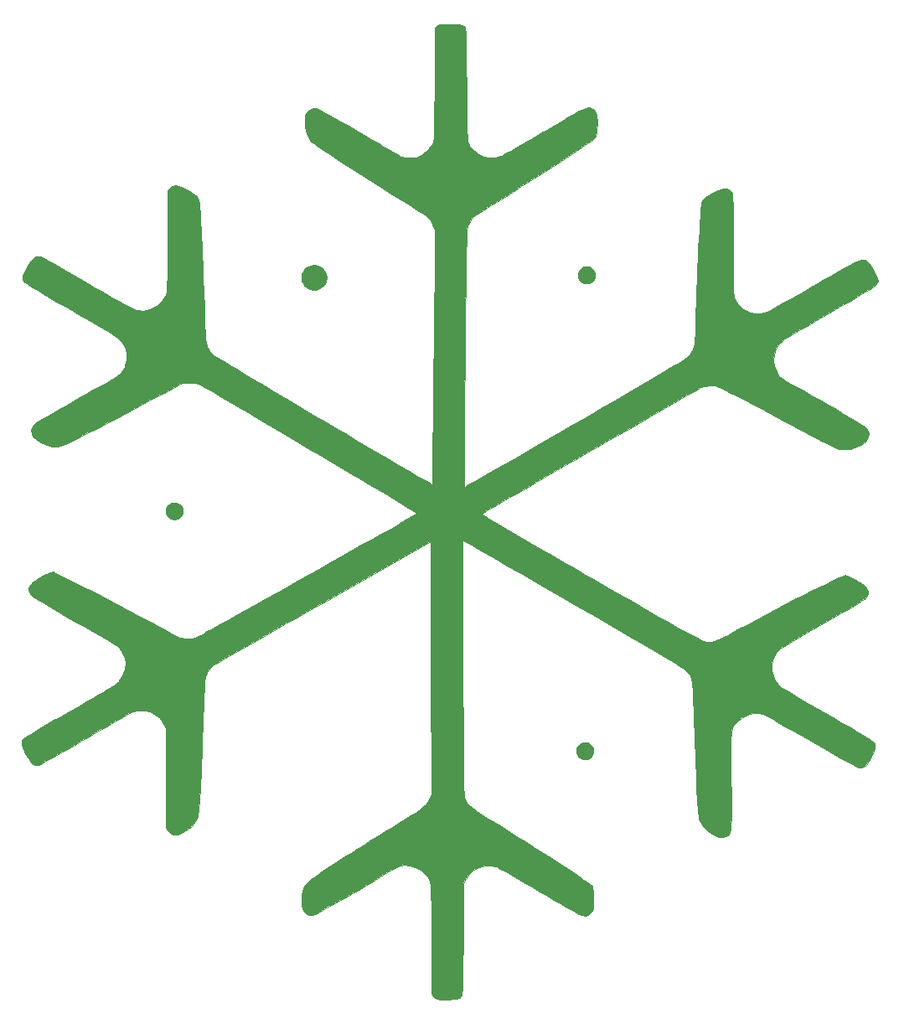
<source format=gbs>
G04 #@! TF.GenerationSoftware,KiCad,Pcbnew,(5.1.0)-1*
G04 #@! TF.CreationDate,2019-12-07T09:56:38-05:00*
G04 #@! TF.ProjectId,snowflake,736e6f77-666c-4616-9b65-2e6b69636164,rev?*
G04 #@! TF.SameCoordinates,Original*
G04 #@! TF.FileFunction,Soldermask,Bot*
G04 #@! TF.FilePolarity,Negative*
%FSLAX46Y46*%
G04 Gerber Fmt 4.6, Leading zero omitted, Abs format (unit mm)*
G04 Created by KiCad (PCBNEW (5.1.0)-1) date 2019-12-07 09:56:38*
%MOMM*%
%LPD*%
G04 APERTURE LIST*
%ADD10C,0.010000*%
%ADD11C,0.100000*%
G04 APERTURE END LIST*
D10*
G36*
X149591382Y-72800090D02*
G01*
X149920074Y-72881865D01*
X150134081Y-73010861D01*
X150215325Y-73113888D01*
X150238161Y-73192201D01*
X150258521Y-73349187D01*
X150276658Y-73594677D01*
X150292828Y-73938508D01*
X150307284Y-74390511D01*
X150320281Y-74960522D01*
X150332075Y-75658375D01*
X150342919Y-76493902D01*
X150353068Y-77476938D01*
X150362777Y-78617318D01*
X150364873Y-78889403D01*
X150373273Y-80028889D01*
X150380807Y-81011936D01*
X150388746Y-81851428D01*
X150398361Y-82560245D01*
X150410923Y-83151271D01*
X150427704Y-83637386D01*
X150449975Y-84031474D01*
X150479006Y-84346415D01*
X150516071Y-84595091D01*
X150562439Y-84790386D01*
X150619382Y-84945180D01*
X150688172Y-85072355D01*
X150770080Y-85184794D01*
X150866376Y-85295379D01*
X150978333Y-85416990D01*
X151012812Y-85454941D01*
X151495449Y-85871723D01*
X152051244Y-86150103D01*
X152651372Y-86284232D01*
X153267009Y-86268261D01*
X153869328Y-86096340D01*
X153963206Y-86053649D01*
X154133552Y-85963844D01*
X154433747Y-85796702D01*
X154848033Y-85561326D01*
X155360652Y-85266820D01*
X155955843Y-84922286D01*
X156617847Y-84536827D01*
X157330907Y-84119545D01*
X158079262Y-83679544D01*
X158360406Y-83513716D01*
X159218686Y-83007553D01*
X159944172Y-82581284D01*
X160549533Y-82228116D01*
X161047436Y-81941256D01*
X161450551Y-81713912D01*
X161771545Y-81539291D01*
X162023087Y-81410601D01*
X162217845Y-81321049D01*
X162368488Y-81263842D01*
X162487684Y-81232189D01*
X162588101Y-81219295D01*
X162642481Y-81217737D01*
X162980914Y-81266620D01*
X163228878Y-81427953D01*
X163412589Y-81723762D01*
X163488338Y-81928338D01*
X163540399Y-82200294D01*
X163564935Y-82569625D01*
X163564179Y-82989509D01*
X163540360Y-83413127D01*
X163495710Y-83793658D01*
X163432459Y-84084282D01*
X163379760Y-84206969D01*
X163255501Y-84330988D01*
X162994864Y-84536897D01*
X162606445Y-84819084D01*
X162098837Y-85171934D01*
X161480635Y-85589835D01*
X160760433Y-86067172D01*
X159946826Y-86598333D01*
X159048409Y-87177704D01*
X158073776Y-87799672D01*
X157031520Y-88458623D01*
X155930237Y-89148944D01*
X154778522Y-89865021D01*
X153666873Y-90550904D01*
X153089157Y-90908458D01*
X152548566Y-91247614D01*
X152064619Y-91555773D01*
X151656834Y-91820336D01*
X151344731Y-92028704D01*
X151147828Y-92168278D01*
X151097811Y-92209142D01*
X150917427Y-92419613D01*
X150726528Y-92702555D01*
X150638052Y-92859403D01*
X150564402Y-93009795D01*
X150508129Y-93156168D01*
X150465811Y-93325347D01*
X150434027Y-93544158D01*
X150409355Y-93839427D01*
X150388374Y-94237978D01*
X150367663Y-94766638D01*
X150357290Y-95060737D01*
X150347976Y-95390005D01*
X150337840Y-95859257D01*
X150326990Y-96456997D01*
X150315530Y-97171730D01*
X150303567Y-97991960D01*
X150291206Y-98906194D01*
X150278553Y-99902936D01*
X150265714Y-100970691D01*
X150252794Y-102097965D01*
X150239900Y-103273262D01*
X150227136Y-104485087D01*
X150214610Y-105721946D01*
X150202426Y-106972343D01*
X150190690Y-108224784D01*
X150179508Y-109467774D01*
X150168987Y-110689818D01*
X150159231Y-111879420D01*
X150150346Y-113025087D01*
X150142439Y-114115323D01*
X150135614Y-115138632D01*
X150129978Y-116083521D01*
X150125637Y-116938494D01*
X150122696Y-117692056D01*
X150121261Y-118332713D01*
X150121437Y-118848969D01*
X150123331Y-119229330D01*
X150127049Y-119462301D01*
X150132091Y-119536511D01*
X150209459Y-119500268D01*
X150425307Y-119383690D01*
X150771617Y-119191358D01*
X151240368Y-118927856D01*
X151823541Y-118597767D01*
X152513117Y-118205673D01*
X153301074Y-117756158D01*
X154179395Y-117253805D01*
X155140058Y-116703197D01*
X156175044Y-116108915D01*
X157276334Y-115475545D01*
X158435907Y-114807667D01*
X159645744Y-114109867D01*
X160897825Y-113386725D01*
X161257583Y-113178769D01*
X162768059Y-112305238D01*
X164138726Y-111511967D01*
X165376563Y-110794794D01*
X166488551Y-110149560D01*
X167481671Y-109572105D01*
X168362902Y-109058269D01*
X169139225Y-108603892D01*
X169817620Y-108204815D01*
X170405067Y-107856876D01*
X170908548Y-107555917D01*
X171335041Y-107297778D01*
X171691527Y-107078298D01*
X171984987Y-106893317D01*
X172222401Y-106738676D01*
X172410749Y-106610214D01*
X172557011Y-106503772D01*
X172668167Y-106415190D01*
X172751199Y-106340307D01*
X172778602Y-106312735D01*
X172972981Y-106098774D01*
X173127220Y-105891710D01*
X173246645Y-105668198D01*
X173336581Y-105404892D01*
X173402355Y-105078447D01*
X173449292Y-104665519D01*
X173482718Y-104142762D01*
X173507958Y-103486832D01*
X173520257Y-103061737D01*
X173551322Y-101983333D01*
X173586850Y-100874142D01*
X173626092Y-99750351D01*
X173668300Y-98628146D01*
X173712726Y-97523715D01*
X173758621Y-96453243D01*
X173805237Y-95432917D01*
X173851827Y-94478924D01*
X173897642Y-93607451D01*
X173941933Y-92834684D01*
X173983953Y-92176810D01*
X174022954Y-91650015D01*
X174058186Y-91270486D01*
X174069776Y-91173236D01*
X174113081Y-90895679D01*
X174175898Y-90681240D01*
X174282171Y-90502890D01*
X174455844Y-90333600D01*
X174720859Y-90146342D01*
X175101160Y-89914086D01*
X175276548Y-89810947D01*
X175826132Y-89528252D01*
X176281785Y-89381476D01*
X176650438Y-89370521D01*
X176939020Y-89495287D01*
X177154462Y-89755675D01*
X177169521Y-89783860D01*
X177198452Y-89854109D01*
X177222936Y-89952784D01*
X177243288Y-90093127D01*
X177259822Y-90288381D01*
X177272854Y-90551787D01*
X177282700Y-90896589D01*
X177289673Y-91336029D01*
X177294090Y-91883348D01*
X177296265Y-92551789D01*
X177296514Y-93354595D01*
X177295151Y-94305008D01*
X177293577Y-94997335D01*
X177290924Y-96091134D01*
X177289698Y-97029248D01*
X177291196Y-97825323D01*
X177296717Y-98493008D01*
X177307559Y-99045951D01*
X177325021Y-99497798D01*
X177350402Y-99862199D01*
X177385000Y-100152799D01*
X177430112Y-100383248D01*
X177487038Y-100567193D01*
X177557076Y-100718281D01*
X177641525Y-100850160D01*
X177741682Y-100976478D01*
X177858846Y-101110882D01*
X177877184Y-101131694D01*
X178338957Y-101545250D01*
X178875627Y-101840967D01*
X179452703Y-102008411D01*
X180035696Y-102037146D01*
X180535923Y-101936133D01*
X180677301Y-101870783D01*
X180951034Y-101728012D01*
X181343156Y-101515630D01*
X181839700Y-101241446D01*
X182426701Y-100913268D01*
X183090192Y-100538905D01*
X183816206Y-100126167D01*
X184590779Y-99682862D01*
X185399944Y-99216800D01*
X185416215Y-99207398D01*
X186385947Y-98647758D01*
X187220821Y-98168217D01*
X187932094Y-97763295D01*
X188531025Y-97427513D01*
X189028872Y-97155389D01*
X189436892Y-96941445D01*
X189766343Y-96780201D01*
X190028485Y-96666177D01*
X190234574Y-96593892D01*
X190395869Y-96557868D01*
X190523628Y-96552624D01*
X190629109Y-96572680D01*
X190723570Y-96612557D01*
X190734916Y-96618530D01*
X190864879Y-96739153D01*
X191046498Y-96972415D01*
X191255486Y-97279606D01*
X191467559Y-97622015D01*
X191658433Y-97960932D01*
X191803821Y-98257647D01*
X191866233Y-98421852D01*
X191903734Y-98546378D01*
X191929050Y-98657147D01*
X191932152Y-98761527D01*
X191903013Y-98866889D01*
X191831603Y-98980604D01*
X191707893Y-99110041D01*
X191521856Y-99262571D01*
X191263462Y-99445563D01*
X190922684Y-99666389D01*
X190489491Y-99932418D01*
X189953857Y-100251021D01*
X189305752Y-100629567D01*
X188535147Y-101075427D01*
X187632014Y-101595971D01*
X187239711Y-101821967D01*
X186427481Y-102290754D01*
X185650798Y-102740623D01*
X184923513Y-103163444D01*
X184259481Y-103551089D01*
X183672552Y-103895432D01*
X183176581Y-104188343D01*
X182785420Y-104421695D01*
X182512921Y-104587359D01*
X182372937Y-104677208D01*
X182370446Y-104678997D01*
X181948994Y-105084043D01*
X181643038Y-105586702D01*
X181459580Y-106154578D01*
X181405622Y-106755275D01*
X181488164Y-107356395D01*
X181681895Y-107865101D01*
X181824587Y-108099997D01*
X182012157Y-108323612D01*
X182263585Y-108550075D01*
X182597851Y-108793518D01*
X183033936Y-109068073D01*
X183590821Y-109387870D01*
X184104540Y-109668800D01*
X184576523Y-109926282D01*
X185125056Y-110230653D01*
X185730774Y-110570720D01*
X186374309Y-110935290D01*
X187036297Y-111313171D01*
X187697372Y-111693168D01*
X188338167Y-112064089D01*
X188939318Y-112414741D01*
X189481458Y-112733931D01*
X189945222Y-113010465D01*
X190311244Y-113233152D01*
X190560158Y-113390797D01*
X190643414Y-113448149D01*
X190898593Y-113732176D01*
X191015032Y-114077058D01*
X190989940Y-114442693D01*
X190820523Y-114788978D01*
X190743205Y-114880898D01*
X190581735Y-115013241D01*
X190320442Y-115186865D01*
X190011162Y-115367731D01*
X189958017Y-115396496D01*
X189635215Y-115561196D01*
X189384933Y-115657877D01*
X189135493Y-115704418D01*
X188815217Y-115718703D01*
X188663658Y-115719392D01*
X187973444Y-115719403D01*
X186250658Y-114840395D01*
X184981482Y-114189146D01*
X183647555Y-113497313D01*
X182229912Y-112754949D01*
X180709588Y-111952108D01*
X179067615Y-111078841D01*
X178470604Y-110760026D01*
X177855224Y-110434455D01*
X177270345Y-110131376D01*
X176737004Y-109861209D01*
X176276237Y-109634375D01*
X175909082Y-109461295D01*
X175656574Y-109352389D01*
X175567024Y-109321717D01*
X175005191Y-109262590D01*
X174416944Y-109349771D01*
X174042701Y-109482889D01*
X173935916Y-109539926D01*
X173693824Y-109675301D01*
X173326250Y-109883347D01*
X172843021Y-110158398D01*
X172253965Y-110494787D01*
X171568909Y-110886848D01*
X170797679Y-111328914D01*
X169950102Y-111815319D01*
X169036006Y-112340397D01*
X168065216Y-112898481D01*
X167047561Y-113483904D01*
X165992867Y-114091002D01*
X164910961Y-114714106D01*
X163811669Y-115347550D01*
X162704820Y-115985669D01*
X161600239Y-116622796D01*
X160507755Y-117253264D01*
X159437193Y-117871407D01*
X158398380Y-118471558D01*
X157401144Y-119048052D01*
X156455312Y-119595221D01*
X155570710Y-120107400D01*
X154757166Y-120578921D01*
X154024506Y-121004119D01*
X153382557Y-121377327D01*
X152841147Y-121692879D01*
X152410101Y-121945108D01*
X152099248Y-122128348D01*
X151918414Y-122236933D01*
X151874331Y-122265608D01*
X151939869Y-122313648D01*
X152144333Y-122441310D01*
X152479768Y-122643953D01*
X152938222Y-122916933D01*
X153511740Y-123255608D01*
X154192371Y-123655335D01*
X154972161Y-124111471D01*
X155843156Y-124619375D01*
X156797403Y-125174402D01*
X157826950Y-125771912D01*
X158923843Y-126407260D01*
X160080129Y-127075805D01*
X161287854Y-127772903D01*
X162539066Y-128493913D01*
X162888123Y-128694849D01*
X164410224Y-129570935D01*
X165792661Y-130366533D01*
X167042658Y-131085401D01*
X168167438Y-131731300D01*
X169174226Y-132307986D01*
X170070246Y-132819221D01*
X170862722Y-133268762D01*
X171558877Y-133660369D01*
X172165937Y-133997800D01*
X172691124Y-134284815D01*
X173141663Y-134525172D01*
X173524778Y-134722630D01*
X173847694Y-134880949D01*
X174117633Y-135003887D01*
X174341820Y-135095204D01*
X174527479Y-135158658D01*
X174681835Y-135198008D01*
X174812110Y-135217013D01*
X174925530Y-135219433D01*
X175029318Y-135209025D01*
X175130698Y-135189550D01*
X175236894Y-135164766D01*
X175295906Y-135151143D01*
X175463481Y-135108983D01*
X175637092Y-135052740D01*
X175837074Y-134972577D01*
X176083761Y-134858655D01*
X176397486Y-134701139D01*
X176798584Y-134490191D01*
X177307389Y-134215973D01*
X177923873Y-133879788D01*
X178829628Y-133387436D01*
X179762564Y-132886127D01*
X180710058Y-132382253D01*
X181659487Y-131882208D01*
X182598231Y-131392386D01*
X183513666Y-130919178D01*
X184393172Y-130468980D01*
X185224125Y-130048182D01*
X185993903Y-129663180D01*
X186689885Y-129320365D01*
X187299449Y-129026132D01*
X187809972Y-128786873D01*
X188208833Y-128608981D01*
X188483409Y-128498850D01*
X188618639Y-128462809D01*
X188858726Y-128513152D01*
X189206612Y-128654112D01*
X189635852Y-128873098D01*
X190119998Y-129157518D01*
X190249471Y-129239264D01*
X190650163Y-129555518D01*
X190888785Y-129883770D01*
X190963556Y-130217482D01*
X190872697Y-130550120D01*
X190677895Y-130812795D01*
X190563253Y-130897437D01*
X190315126Y-131056157D01*
X189947887Y-131280493D01*
X189475903Y-131561982D01*
X188913546Y-131892159D01*
X188275185Y-132262563D01*
X187575190Y-132664730D01*
X186827930Y-133090196D01*
X186403117Y-133330437D01*
X185632182Y-133767057D01*
X184897453Y-134186427D01*
X184213758Y-134579862D01*
X183595929Y-134938675D01*
X183058797Y-135254181D01*
X182617191Y-135517695D01*
X182285943Y-135720532D01*
X182079884Y-135854006D01*
X182026777Y-135893417D01*
X181644988Y-136325621D01*
X181379958Y-136850763D01*
X181238392Y-137433085D01*
X181226997Y-138036830D01*
X181352479Y-138626241D01*
X181463867Y-138894723D01*
X181651172Y-139209887D01*
X181880405Y-139506167D01*
X182031149Y-139656723D01*
X182163197Y-139748524D01*
X182428341Y-139915912D01*
X182812584Y-140150582D01*
X183301930Y-140444229D01*
X183882383Y-140788547D01*
X184539947Y-141175232D01*
X185260626Y-141595977D01*
X186030424Y-142042479D01*
X186779034Y-142474070D01*
X187578785Y-142935195D01*
X188339967Y-143376771D01*
X189048931Y-143790701D01*
X189692031Y-144168891D01*
X190255619Y-144503249D01*
X190726050Y-144785678D01*
X191089674Y-145008086D01*
X191332847Y-145162376D01*
X191439918Y-145238539D01*
X191595527Y-145422634D01*
X191665834Y-145628007D01*
X191648024Y-145882716D01*
X191539283Y-146214819D01*
X191336796Y-146652374D01*
X191288494Y-146747789D01*
X191004349Y-147255434D01*
X190743840Y-147611942D01*
X190493384Y-147831368D01*
X190239400Y-147927768D01*
X190141256Y-147935070D01*
X190030891Y-147905408D01*
X189822463Y-147814204D01*
X189509878Y-147658125D01*
X189087044Y-147433843D01*
X188547868Y-147138026D01*
X187886256Y-146767344D01*
X187096117Y-146318466D01*
X186171356Y-145788063D01*
X185415866Y-145352155D01*
X184607328Y-144885507D01*
X183832373Y-144439822D01*
X183105138Y-144023127D01*
X182439761Y-143643448D01*
X181850378Y-143308812D01*
X181351126Y-143027247D01*
X180956142Y-142806779D01*
X180679563Y-142655435D01*
X180536820Y-142581829D01*
X179966835Y-142411317D01*
X179375530Y-142396765D01*
X178789250Y-142531644D01*
X178234343Y-142809427D01*
X177737156Y-143223587D01*
X177674722Y-143290893D01*
X177547720Y-143432524D01*
X177439330Y-143562512D01*
X177348207Y-143694819D01*
X177273003Y-143843407D01*
X177212375Y-144022238D01*
X177164975Y-144245274D01*
X177129458Y-144526477D01*
X177104478Y-144879809D01*
X177088689Y-145319233D01*
X177080745Y-145858709D01*
X177079301Y-146512201D01*
X177083010Y-147293670D01*
X177090526Y-148217078D01*
X177100094Y-149252071D01*
X177109577Y-150317539D01*
X177116218Y-151227024D01*
X177119241Y-151993865D01*
X177117874Y-152631400D01*
X177111342Y-153152967D01*
X177098872Y-153571905D01*
X177079690Y-153901550D01*
X177053023Y-154155243D01*
X177018096Y-154346320D01*
X176974135Y-154488120D01*
X176920368Y-154593981D01*
X176856020Y-154677241D01*
X176781121Y-154750512D01*
X176594379Y-154853113D01*
X176331038Y-154926248D01*
X176255142Y-154937082D01*
X175880459Y-154904343D01*
X175457502Y-154749287D01*
X175022024Y-154496612D01*
X174609778Y-154171017D01*
X174256516Y-153797199D01*
X173997991Y-153399857D01*
X173981993Y-153366775D01*
X173890683Y-153119630D01*
X173820320Y-152797240D01*
X173764985Y-152365983D01*
X173727705Y-151922012D01*
X173701087Y-151504561D01*
X173669831Y-150937048D01*
X173634753Y-150238659D01*
X173596670Y-149428578D01*
X173556395Y-148525989D01*
X173514746Y-147550077D01*
X173472537Y-146520026D01*
X173430584Y-145455021D01*
X173389703Y-144374246D01*
X173350709Y-143296885D01*
X173314418Y-142242124D01*
X173308057Y-142050737D01*
X173278204Y-141213328D01*
X173248686Y-140529902D01*
X173218416Y-139985114D01*
X173186304Y-139563620D01*
X173151262Y-139250076D01*
X173112201Y-139029136D01*
X173087120Y-138936897D01*
X173050437Y-138822071D01*
X173014240Y-138716068D01*
X172971687Y-138614533D01*
X172915933Y-138513112D01*
X172840135Y-138407449D01*
X172737450Y-138293189D01*
X172601034Y-138165978D01*
X172424043Y-138021459D01*
X172199635Y-137855280D01*
X171920964Y-137663083D01*
X171581188Y-137440515D01*
X171173463Y-137183220D01*
X170690946Y-136886843D01*
X170126793Y-136547029D01*
X169474160Y-136159423D01*
X168726205Y-135719671D01*
X167876082Y-135223417D01*
X166916949Y-134666306D01*
X165841963Y-134043983D01*
X164644279Y-133352093D01*
X163317054Y-132586281D01*
X161853445Y-131742193D01*
X161083000Y-131297878D01*
X159819943Y-130569517D01*
X158597235Y-129864570D01*
X157422884Y-129187645D01*
X156304894Y-128543351D01*
X155251270Y-127936298D01*
X154270019Y-127371093D01*
X153369146Y-126852346D01*
X152556657Y-126384665D01*
X151840556Y-125972659D01*
X151228850Y-125620937D01*
X150729543Y-125334108D01*
X150350642Y-125116780D01*
X150100153Y-124973562D01*
X149986079Y-124909062D01*
X149979672Y-124905737D01*
X149977679Y-124988867D01*
X149976260Y-125232112D01*
X149975399Y-125626256D01*
X149975083Y-126162083D01*
X149975298Y-126830374D01*
X149976027Y-127621914D01*
X149977257Y-128527485D01*
X149978974Y-129537871D01*
X149981161Y-130643856D01*
X149983806Y-131836221D01*
X149986893Y-133105751D01*
X149990407Y-134443229D01*
X149994334Y-135839437D01*
X149998660Y-137285160D01*
X149999984Y-137711570D01*
X150005649Y-139463597D01*
X150011214Y-141054111D01*
X150016775Y-142490932D01*
X150022432Y-143781879D01*
X150028282Y-144934772D01*
X150034421Y-145957432D01*
X150040948Y-146857678D01*
X150047961Y-147643330D01*
X150055556Y-148322208D01*
X150063831Y-148902131D01*
X150072885Y-149390921D01*
X150082814Y-149796396D01*
X150093716Y-150126376D01*
X150105690Y-150388682D01*
X150118831Y-150591134D01*
X150133238Y-150741550D01*
X150149009Y-150847752D01*
X150164715Y-150912841D01*
X150275292Y-151191952D01*
X150433850Y-151453024D01*
X150658088Y-151712007D01*
X150965703Y-151984851D01*
X151374394Y-152287506D01*
X151901859Y-152635924D01*
X152461518Y-152982836D01*
X153052069Y-153344415D01*
X153757443Y-153780585D01*
X154550214Y-154274073D01*
X155402957Y-154807607D01*
X156288245Y-155363914D01*
X157178651Y-155925722D01*
X158046751Y-156475758D01*
X158865118Y-156996751D01*
X159606325Y-157471428D01*
X160242946Y-157882517D01*
X160286944Y-157911104D01*
X161025882Y-158393822D01*
X161631989Y-158795323D01*
X162116411Y-159123526D01*
X162490293Y-159386350D01*
X162764779Y-159591712D01*
X162951014Y-159747531D01*
X163060143Y-159861726D01*
X163086021Y-159899798D01*
X163139493Y-160091707D01*
X163174654Y-160443921D01*
X163190812Y-160948332D01*
X163191856Y-161143070D01*
X163188130Y-161606197D01*
X163173999Y-161935627D01*
X163145059Y-162166888D01*
X163096906Y-162335511D01*
X163026879Y-162474153D01*
X162777376Y-162742763D01*
X162451108Y-162862943D01*
X162118240Y-162842500D01*
X162043655Y-162826182D01*
X161976026Y-162809755D01*
X161903331Y-162786477D01*
X161813548Y-162749609D01*
X161694656Y-162692410D01*
X161534633Y-162608139D01*
X161321458Y-162490057D01*
X161043108Y-162331422D01*
X160687563Y-162125494D01*
X160242799Y-161865533D01*
X159696797Y-161544798D01*
X159037534Y-161156549D01*
X158252988Y-160694045D01*
X157603873Y-160311328D01*
X156858393Y-159873408D01*
X156145699Y-159457769D01*
X155481222Y-159073205D01*
X154880396Y-158728507D01*
X154358650Y-158432470D01*
X153931418Y-158193886D01*
X153614129Y-158021547D01*
X153422218Y-157924246D01*
X153390798Y-157910772D01*
X152816823Y-157777322D01*
X152225972Y-157794209D01*
X151648672Y-157949179D01*
X151115351Y-158229977D01*
X150656438Y-158624348D01*
X150302361Y-159120039D01*
X150279407Y-159163837D01*
X150068540Y-159576737D01*
X150026206Y-165164737D01*
X150017471Y-166305643D01*
X150009208Y-167289233D01*
X150000524Y-168127519D01*
X149990525Y-168832513D01*
X149978319Y-169416227D01*
X149963013Y-169890672D01*
X149943712Y-170267862D01*
X149919524Y-170559806D01*
X149889555Y-170778518D01*
X149852913Y-170936010D01*
X149808702Y-171044292D01*
X149756032Y-171115378D01*
X149694007Y-171161278D01*
X149621736Y-171194006D01*
X149576558Y-171211018D01*
X149364486Y-171258246D01*
X149035100Y-171296715D01*
X148640300Y-171324004D01*
X148231987Y-171337692D01*
X147862062Y-171335357D01*
X147582425Y-171314578D01*
X147533345Y-171306346D01*
X147220925Y-171185614D01*
X147004179Y-171012684D01*
X146808873Y-170785627D01*
X146808873Y-165302098D01*
X146808936Y-164155469D01*
X146808328Y-163165241D01*
X146805852Y-162318484D01*
X146800311Y-161602266D01*
X146790509Y-161003656D01*
X146775248Y-160509723D01*
X146753331Y-160107536D01*
X146723563Y-159784165D01*
X146684745Y-159526677D01*
X146635682Y-159322141D01*
X146575176Y-159157627D01*
X146502031Y-159020204D01*
X146415049Y-158896941D01*
X146313035Y-158774905D01*
X146194790Y-158641167D01*
X146192099Y-158638111D01*
X145726121Y-158223495D01*
X145185536Y-157934432D01*
X144602354Y-157778465D01*
X144008587Y-157763135D01*
X143436244Y-157895983D01*
X143295206Y-157955581D01*
X143089985Y-158062474D01*
X142772161Y-158241767D01*
X142372366Y-158475539D01*
X141921232Y-158745871D01*
X141449389Y-159034841D01*
X141432540Y-159045281D01*
X140874407Y-159387011D01*
X140259796Y-159755937D01*
X139606093Y-160142254D01*
X138930689Y-160536157D01*
X138250973Y-160927839D01*
X137584335Y-161307496D01*
X136948162Y-161665322D01*
X136359845Y-161991511D01*
X135836773Y-162276259D01*
X135396334Y-162509759D01*
X135055919Y-162682207D01*
X134832916Y-162783797D01*
X134761724Y-162806822D01*
X134442921Y-162778230D01*
X134139427Y-162613462D01*
X133894704Y-162343316D01*
X133783531Y-162113641D01*
X133716720Y-161764018D01*
X133703661Y-161319663D01*
X133740041Y-160844909D01*
X133821549Y-160404090D01*
X133917401Y-160116722D01*
X133995403Y-159947073D01*
X134076614Y-159793987D01*
X134173141Y-159648185D01*
X134297089Y-159500387D01*
X134460565Y-159341315D01*
X134675675Y-159161689D01*
X134954526Y-158952230D01*
X135309223Y-158703659D01*
X135751873Y-158406698D01*
X136294582Y-158052066D01*
X136949457Y-157630485D01*
X137728604Y-157132676D01*
X138215206Y-156822571D01*
X138723127Y-156500261D01*
X139342652Y-156109160D01*
X140041400Y-155669592D01*
X140786988Y-155201879D01*
X141547033Y-154726345D01*
X142289154Y-154263314D01*
X142744873Y-153979736D01*
X143540832Y-153484587D01*
X144206000Y-153068705D01*
X144753565Y-152722229D01*
X145196716Y-152435296D01*
X145548640Y-152198047D01*
X145822525Y-152000619D01*
X146031560Y-151833151D01*
X146188931Y-151685780D01*
X146307828Y-151548647D01*
X146401438Y-151411889D01*
X146482949Y-151265644D01*
X146547945Y-151135932D01*
X146810250Y-150602070D01*
X146788395Y-137836615D01*
X146766540Y-125071159D01*
X135886873Y-131214667D01*
X134626831Y-131926650D01*
X133404270Y-132618362D01*
X132227611Y-133284998D01*
X131105277Y-133921747D01*
X130045688Y-134523803D01*
X129057266Y-135086358D01*
X128148432Y-135604605D01*
X127327608Y-136073734D01*
X126603215Y-136488940D01*
X125983675Y-136845413D01*
X125477409Y-137138346D01*
X125092839Y-137362932D01*
X124838386Y-137514362D01*
X124722471Y-137587829D01*
X124719803Y-137589896D01*
X124515498Y-137796963D01*
X124298283Y-138080894D01*
X124175921Y-138275593D01*
X124121152Y-138373347D01*
X124073330Y-138467459D01*
X124031525Y-138570109D01*
X123994807Y-138693479D01*
X123962249Y-138849749D01*
X123932921Y-139051100D01*
X123905894Y-139309713D01*
X123880240Y-139637770D01*
X123855029Y-140047451D01*
X123829332Y-140550938D01*
X123802221Y-141160412D01*
X123772766Y-141888052D01*
X123740040Y-142746042D01*
X123703112Y-143746561D01*
X123661053Y-144901791D01*
X123652359Y-145141070D01*
X123604177Y-146457563D01*
X123560588Y-147616084D01*
X123520478Y-148627894D01*
X123482734Y-149504259D01*
X123446241Y-150256441D01*
X123409888Y-150895705D01*
X123372559Y-151433314D01*
X123333142Y-151880533D01*
X123290522Y-152248624D01*
X123243587Y-152548852D01*
X123191223Y-152792479D01*
X123132316Y-152990771D01*
X123065753Y-153154991D01*
X122990420Y-153296402D01*
X122905203Y-153426269D01*
X122822171Y-153538612D01*
X122585730Y-153786313D01*
X122255118Y-154053936D01*
X121879475Y-154309034D01*
X121507938Y-154519158D01*
X121189646Y-154651860D01*
X121103825Y-154673291D01*
X120746754Y-154660375D01*
X120412426Y-154508331D01*
X120153001Y-154244789D01*
X120092496Y-154137591D01*
X120062119Y-154062525D01*
X120036518Y-153966840D01*
X120015404Y-153837058D01*
X119998492Y-153659701D01*
X119985492Y-153421289D01*
X119976118Y-153108345D01*
X119970081Y-152707389D01*
X119967093Y-152204944D01*
X119966867Y-151587530D01*
X119969116Y-150841668D01*
X119973550Y-149953881D01*
X119979884Y-148910690D01*
X119980121Y-148873634D01*
X120011873Y-143913403D01*
X119760570Y-143459691D01*
X119389349Y-142946515D01*
X118921378Y-142545860D01*
X118384031Y-142266829D01*
X117804684Y-142118523D01*
X117210710Y-142110043D01*
X116629485Y-142250490D01*
X116413540Y-142346899D01*
X116271520Y-142424347D01*
X115997338Y-142578547D01*
X115605308Y-142801296D01*
X115109748Y-143084388D01*
X114524972Y-143419618D01*
X113865297Y-143798782D01*
X113145038Y-144213676D01*
X112378511Y-144656094D01*
X111714540Y-145039989D01*
X110926399Y-145495324D01*
X110177199Y-145926787D01*
X109480595Y-146326605D01*
X108850240Y-146687008D01*
X108299788Y-147000222D01*
X107842893Y-147258477D01*
X107493209Y-147454000D01*
X107264389Y-147579018D01*
X107174178Y-147624416D01*
X106877268Y-147654001D01*
X106571022Y-147539063D01*
X106297104Y-147296548D01*
X106264456Y-147254394D01*
X106075883Y-146969317D01*
X105878300Y-146621860D01*
X105692217Y-146254531D01*
X105538143Y-145909833D01*
X105436588Y-145630275D01*
X105406873Y-145477050D01*
X105479845Y-145205795D01*
X105639706Y-144977213D01*
X105760174Y-144883760D01*
X106011969Y-144716614D01*
X106379058Y-144485503D01*
X106845412Y-144200157D01*
X107394998Y-143870305D01*
X108011787Y-143505678D01*
X108679746Y-143116004D01*
X109216873Y-142806150D01*
X110259926Y-142207343D01*
X111166500Y-141686580D01*
X111946943Y-141237549D01*
X112611601Y-140853933D01*
X113170819Y-140529421D01*
X113634944Y-140257697D01*
X114014323Y-140032447D01*
X114319301Y-139847357D01*
X114560224Y-139696114D01*
X114747440Y-139572402D01*
X114891293Y-139469908D01*
X115002131Y-139382318D01*
X115090300Y-139303318D01*
X115166145Y-139226593D01*
X115240014Y-139145829D01*
X115270819Y-139111541D01*
X115625664Y-138598143D01*
X115834193Y-138029750D01*
X115897462Y-137434771D01*
X115816524Y-136841614D01*
X115592435Y-136278686D01*
X115226248Y-135774396D01*
X115143825Y-135690587D01*
X114995983Y-135577788D01*
X114709831Y-135389597D01*
X114295520Y-135132069D01*
X113763200Y-134811259D01*
X113123022Y-134433221D01*
X112385135Y-134004009D01*
X111559691Y-133529678D01*
X110725535Y-133055170D01*
X109957111Y-132618794D01*
X109229157Y-132203047D01*
X108555758Y-131816131D01*
X107950999Y-131466252D01*
X107428967Y-131161613D01*
X107003745Y-130910417D01*
X106689421Y-130720871D01*
X106500079Y-130601176D01*
X106452154Y-130566141D01*
X106203556Y-130243328D01*
X106122087Y-129906748D01*
X106207409Y-129567722D01*
X106459188Y-129237571D01*
X106492525Y-129206375D01*
X106755212Y-129004053D01*
X107119527Y-128770932D01*
X107529893Y-128539149D01*
X107930735Y-128340842D01*
X108145293Y-128250629D01*
X108544739Y-128098079D01*
X110552972Y-129091073D01*
X111368295Y-129498571D01*
X112301538Y-129972513D01*
X113322577Y-130497148D01*
X114401285Y-131056725D01*
X115507537Y-131635496D01*
X116611206Y-132217709D01*
X117682167Y-132787615D01*
X118690294Y-133329463D01*
X119457858Y-133746670D01*
X119961626Y-134018758D01*
X120437765Y-134269602D01*
X120858608Y-134485116D01*
X121196487Y-134651213D01*
X121423736Y-134753808D01*
X121471651Y-134771982D01*
X121985040Y-134878316D01*
X122528278Y-134877311D01*
X122995075Y-134777329D01*
X123096702Y-134726302D01*
X123335260Y-134598000D01*
X123700841Y-134397982D01*
X124183537Y-134131809D01*
X124773441Y-133805044D01*
X125460645Y-133423247D01*
X126235242Y-132991979D01*
X127087324Y-132516801D01*
X128006982Y-132003274D01*
X128984310Y-131456960D01*
X130009400Y-130883418D01*
X131072344Y-130288212D01*
X132163234Y-129676900D01*
X133272163Y-129055046D01*
X134389223Y-128428208D01*
X135504507Y-127801950D01*
X136608106Y-127181831D01*
X137690113Y-126573413D01*
X138740620Y-125982257D01*
X139749720Y-125413923D01*
X140707505Y-124873974D01*
X141604067Y-124367970D01*
X142429499Y-123901471D01*
X143173892Y-123480040D01*
X143827340Y-123109237D01*
X144379935Y-122794624D01*
X144821768Y-122541760D01*
X145142933Y-122356209D01*
X145333521Y-122243529D01*
X145384704Y-122210294D01*
X145319095Y-122162693D01*
X145117210Y-122034966D01*
X144788726Y-121832845D01*
X144343319Y-121562062D01*
X143790666Y-121228352D01*
X143140442Y-120837447D01*
X142402325Y-120395079D01*
X141585990Y-119906983D01*
X140701113Y-119378890D01*
X139757371Y-118816535D01*
X138764440Y-118225649D01*
X137731997Y-117611966D01*
X136669717Y-116981219D01*
X135587276Y-116339141D01*
X134494352Y-115691464D01*
X133400620Y-115043923D01*
X132315756Y-114402249D01*
X131249438Y-113772176D01*
X130211340Y-113159437D01*
X129211140Y-112569764D01*
X128258513Y-112008891D01*
X127363136Y-111482551D01*
X126534685Y-110996477D01*
X125782837Y-110556402D01*
X125117267Y-110168058D01*
X124547652Y-109837178D01*
X124083667Y-109569497D01*
X123734991Y-109370746D01*
X123511297Y-109246658D01*
X123453136Y-109216281D01*
X123187536Y-109094169D01*
X122962506Y-109026303D01*
X122712265Y-109000934D01*
X122371028Y-109006316D01*
X122295752Y-109009603D01*
X121616298Y-109040715D01*
X119798086Y-110020162D01*
X119240658Y-110319228D01*
X118572332Y-110675821D01*
X117832333Y-111069131D01*
X117059888Y-111478349D01*
X116294222Y-111882667D01*
X115574561Y-112261274D01*
X115482206Y-112309735D01*
X114365752Y-112895155D01*
X113388486Y-113406532D01*
X112539679Y-113848560D01*
X111808605Y-114225928D01*
X111184534Y-114543331D01*
X110656739Y-114805459D01*
X110214492Y-115017005D01*
X109847065Y-115182660D01*
X109543730Y-115307116D01*
X109293760Y-115395067D01*
X109086426Y-115451202D01*
X108911000Y-115480216D01*
X108756754Y-115486798D01*
X108612961Y-115475642D01*
X108468892Y-115451439D01*
X108353731Y-115427446D01*
X107989155Y-115317997D01*
X107586972Y-115148012D01*
X107193877Y-114942586D01*
X106856561Y-114726810D01*
X106621718Y-114525778D01*
X106579585Y-114474012D01*
X106428061Y-114135380D01*
X106410352Y-113772605D01*
X106518662Y-113434140D01*
X106745192Y-113168439D01*
X106795243Y-113133773D01*
X107086042Y-112954402D01*
X107501186Y-112705787D01*
X108017260Y-112401390D01*
X108610848Y-112054674D01*
X109258534Y-111679104D01*
X109936905Y-111288142D01*
X110622543Y-110895251D01*
X111292035Y-110513896D01*
X111921964Y-110157539D01*
X112488915Y-109839644D01*
X112969474Y-109573674D01*
X113279585Y-109405404D01*
X113963055Y-109032149D01*
X114509756Y-108713582D01*
X114937459Y-108435169D01*
X115263934Y-108182376D01*
X115506951Y-107940667D01*
X115684280Y-107695510D01*
X115813690Y-107432369D01*
X115865773Y-107290128D01*
X116004455Y-106638547D01*
X115989465Y-106001047D01*
X115826173Y-105402537D01*
X115519951Y-104867925D01*
X115286786Y-104604521D01*
X115126287Y-104479526D01*
X114821681Y-104275665D01*
X114377301Y-103995556D01*
X113797480Y-103641815D01*
X113086551Y-103217059D01*
X112248848Y-102723905D01*
X111288703Y-102164971D01*
X110359873Y-101628793D01*
X109549369Y-101160948D01*
X108779788Y-100713696D01*
X108064194Y-100294827D01*
X107415651Y-99912132D01*
X106847224Y-99573401D01*
X106371977Y-99286426D01*
X106002975Y-99058998D01*
X105753282Y-98898906D01*
X105635962Y-98813941D01*
X105631222Y-98808951D01*
X105517645Y-98579563D01*
X105516043Y-98310152D01*
X105591796Y-98050798D01*
X105747443Y-97706054D01*
X105956525Y-97322299D01*
X106192585Y-96945912D01*
X106429164Y-96623271D01*
X106566853Y-96468190D01*
X106761829Y-96292305D01*
X106922104Y-96220972D01*
X107118218Y-96226085D01*
X107158840Y-96232314D01*
X107347742Y-96293430D01*
X107642630Y-96424506D01*
X108005081Y-96607067D01*
X108396675Y-96822635D01*
X108447760Y-96852144D01*
X109762966Y-97615715D01*
X110939967Y-98297767D01*
X111986515Y-98902630D01*
X112910363Y-99434635D01*
X113719264Y-99898112D01*
X114420971Y-100297389D01*
X115023237Y-100636798D01*
X115533814Y-100920668D01*
X115960454Y-101153330D01*
X116310911Y-101339114D01*
X116592938Y-101482348D01*
X116814287Y-101587365D01*
X116982711Y-101658493D01*
X117105963Y-101700062D01*
X117144529Y-101709421D01*
X117750654Y-101749549D01*
X118369231Y-101622038D01*
X118927053Y-101368015D01*
X119358044Y-101060402D01*
X119694263Y-100669845D01*
X119970287Y-100158767D01*
X120006993Y-100071532D01*
X120038142Y-99979793D01*
X120064159Y-99869755D01*
X120085467Y-99727621D01*
X120102492Y-99539594D01*
X120115656Y-99291879D01*
X120125386Y-98970680D01*
X120132104Y-98562200D01*
X120136235Y-98052644D01*
X120138204Y-97428215D01*
X120138435Y-96675117D01*
X120137352Y-95779553D01*
X120135499Y-94787095D01*
X120134794Y-93733490D01*
X120136978Y-92775985D01*
X120141912Y-91924697D01*
X120149456Y-91189742D01*
X120159470Y-90581238D01*
X120171814Y-90109302D01*
X120186348Y-89784050D01*
X120202933Y-89615600D01*
X120207161Y-89599737D01*
X120396660Y-89290029D01*
X120673293Y-89120822D01*
X121038766Y-89092106D01*
X121494787Y-89203867D01*
X122043060Y-89456093D01*
X122270041Y-89585251D01*
X122602660Y-89793968D01*
X122894127Y-89996703D01*
X123102936Y-90163631D01*
X123169032Y-90231285D01*
X123210180Y-90293869D01*
X123248478Y-90378387D01*
X123284404Y-90492968D01*
X123318433Y-90645735D01*
X123351042Y-90844816D01*
X123382706Y-91098335D01*
X123413904Y-91414420D01*
X123445109Y-91801195D01*
X123476800Y-92266787D01*
X123509453Y-92819321D01*
X123543542Y-93466924D01*
X123579546Y-94217722D01*
X123617941Y-95079839D01*
X123659202Y-96061403D01*
X123703806Y-97170538D01*
X123752230Y-98415372D01*
X123804949Y-99804029D01*
X123862440Y-101344637D01*
X123925180Y-103045319D01*
X123933556Y-103273403D01*
X123955967Y-103866517D01*
X123976299Y-104317338D01*
X123998342Y-104652804D01*
X124025883Y-104899855D01*
X124062711Y-105085428D01*
X124112616Y-105236462D01*
X124179387Y-105379896D01*
X124247835Y-105507902D01*
X124439062Y-105807175D01*
X124661728Y-106083735D01*
X124794360Y-106213815D01*
X124905349Y-106289217D01*
X125149812Y-106442824D01*
X125518069Y-106668914D01*
X126000439Y-106961766D01*
X126587243Y-107315660D01*
X127268800Y-107724874D01*
X128035430Y-108183687D01*
X128877453Y-108686378D01*
X129785189Y-109227226D01*
X130748958Y-109800509D01*
X131759080Y-110400507D01*
X132805874Y-111021499D01*
X133879661Y-111657762D01*
X134970759Y-112303577D01*
X136069490Y-112953223D01*
X137166173Y-113600977D01*
X138251128Y-114241119D01*
X139314674Y-114867928D01*
X140347132Y-115475683D01*
X141338821Y-116058662D01*
X142280062Y-116611145D01*
X143161174Y-117127410D01*
X143972477Y-117601736D01*
X144704291Y-118028402D01*
X145346935Y-118401688D01*
X145890731Y-118715871D01*
X146325996Y-118965232D01*
X146643052Y-119144048D01*
X146832219Y-119246598D01*
X146885095Y-119269787D01*
X146891631Y-119180815D01*
X146899448Y-118931765D01*
X146908426Y-118531884D01*
X146918442Y-117990423D01*
X146929378Y-117316630D01*
X146941111Y-116519754D01*
X146953522Y-115609045D01*
X146966490Y-114593750D01*
X146979894Y-113483119D01*
X146993613Y-112286400D01*
X147007527Y-111012844D01*
X147021515Y-109671698D01*
X147035456Y-108272212D01*
X147049230Y-106823634D01*
X147053422Y-106368766D01*
X147170972Y-93518472D01*
X146958611Y-93054615D01*
X146827832Y-92797464D01*
X146675364Y-92567829D01*
X146480889Y-92348140D01*
X146224087Y-92120830D01*
X145884642Y-91868327D01*
X145442233Y-91573063D01*
X144876544Y-91217468D01*
X144728773Y-91126475D01*
X143715178Y-90501597D01*
X142702761Y-89872848D01*
X141702602Y-89247385D01*
X140725784Y-88632368D01*
X139783386Y-88034955D01*
X138886490Y-87462304D01*
X138046178Y-86921574D01*
X137273530Y-86419924D01*
X136579628Y-85964512D01*
X135975553Y-85562496D01*
X135472385Y-85221036D01*
X135081207Y-84947290D01*
X134813099Y-84748417D01*
X134684912Y-84638005D01*
X134391054Y-84246303D01*
X134197965Y-83796004D01*
X134094657Y-83252997D01*
X134069261Y-82726941D01*
X134073044Y-82327917D01*
X134092184Y-82056027D01*
X134133609Y-81869280D01*
X134204253Y-81725687D01*
X134243959Y-81668608D01*
X134526946Y-81413113D01*
X134875159Y-81287875D01*
X135240338Y-81307140D01*
X135346069Y-81343262D01*
X135533751Y-81434001D01*
X135847533Y-81600046D01*
X136267929Y-81830220D01*
X136775455Y-82113346D01*
X137350627Y-82438248D01*
X137973960Y-82793750D01*
X138625970Y-83168674D01*
X139287172Y-83551844D01*
X139938081Y-83932083D01*
X140559214Y-84298216D01*
X141131085Y-84639064D01*
X141634210Y-84943453D01*
X141803136Y-85047123D01*
X142296089Y-85347222D01*
X142760708Y-85622842D01*
X143171042Y-85859149D01*
X143501139Y-86041312D01*
X143725049Y-86154499D01*
X143782281Y-86178290D01*
X144224714Y-86273112D01*
X144737659Y-86289341D01*
X145242014Y-86227691D01*
X145480966Y-86162945D01*
X145849836Y-85979233D01*
X146240829Y-85690930D01*
X146600219Y-85344840D01*
X146874279Y-84987768D01*
X146918922Y-84910267D01*
X146955592Y-84839335D01*
X146987204Y-84765237D01*
X147014237Y-84675315D01*
X147037170Y-84556911D01*
X147056483Y-84397366D01*
X147072653Y-84184021D01*
X147086161Y-83904219D01*
X147097486Y-83545300D01*
X147107106Y-83094606D01*
X147115502Y-82539479D01*
X147123152Y-81867261D01*
X147130534Y-81065292D01*
X147138130Y-80120914D01*
X147146416Y-79021469D01*
X147147540Y-78870528D01*
X147189873Y-73178986D01*
X147382513Y-72986195D01*
X147483489Y-72900601D01*
X147606855Y-72842741D01*
X147788371Y-72805652D01*
X148063796Y-72782372D01*
X148468891Y-72765940D01*
X148522469Y-72764264D01*
X149131137Y-72762051D01*
X149591382Y-72800090D01*
X149591382Y-72800090D01*
G37*
X149591382Y-72800090D02*
X149920074Y-72881865D01*
X150134081Y-73010861D01*
X150215325Y-73113888D01*
X150238161Y-73192201D01*
X150258521Y-73349187D01*
X150276658Y-73594677D01*
X150292828Y-73938508D01*
X150307284Y-74390511D01*
X150320281Y-74960522D01*
X150332075Y-75658375D01*
X150342919Y-76493902D01*
X150353068Y-77476938D01*
X150362777Y-78617318D01*
X150364873Y-78889403D01*
X150373273Y-80028889D01*
X150380807Y-81011936D01*
X150388746Y-81851428D01*
X150398361Y-82560245D01*
X150410923Y-83151271D01*
X150427704Y-83637386D01*
X150449975Y-84031474D01*
X150479006Y-84346415D01*
X150516071Y-84595091D01*
X150562439Y-84790386D01*
X150619382Y-84945180D01*
X150688172Y-85072355D01*
X150770080Y-85184794D01*
X150866376Y-85295379D01*
X150978333Y-85416990D01*
X151012812Y-85454941D01*
X151495449Y-85871723D01*
X152051244Y-86150103D01*
X152651372Y-86284232D01*
X153267009Y-86268261D01*
X153869328Y-86096340D01*
X153963206Y-86053649D01*
X154133552Y-85963844D01*
X154433747Y-85796702D01*
X154848033Y-85561326D01*
X155360652Y-85266820D01*
X155955843Y-84922286D01*
X156617847Y-84536827D01*
X157330907Y-84119545D01*
X158079262Y-83679544D01*
X158360406Y-83513716D01*
X159218686Y-83007553D01*
X159944172Y-82581284D01*
X160549533Y-82228116D01*
X161047436Y-81941256D01*
X161450551Y-81713912D01*
X161771545Y-81539291D01*
X162023087Y-81410601D01*
X162217845Y-81321049D01*
X162368488Y-81263842D01*
X162487684Y-81232189D01*
X162588101Y-81219295D01*
X162642481Y-81217737D01*
X162980914Y-81266620D01*
X163228878Y-81427953D01*
X163412589Y-81723762D01*
X163488338Y-81928338D01*
X163540399Y-82200294D01*
X163564935Y-82569625D01*
X163564179Y-82989509D01*
X163540360Y-83413127D01*
X163495710Y-83793658D01*
X163432459Y-84084282D01*
X163379760Y-84206969D01*
X163255501Y-84330988D01*
X162994864Y-84536897D01*
X162606445Y-84819084D01*
X162098837Y-85171934D01*
X161480635Y-85589835D01*
X160760433Y-86067172D01*
X159946826Y-86598333D01*
X159048409Y-87177704D01*
X158073776Y-87799672D01*
X157031520Y-88458623D01*
X155930237Y-89148944D01*
X154778522Y-89865021D01*
X153666873Y-90550904D01*
X153089157Y-90908458D01*
X152548566Y-91247614D01*
X152064619Y-91555773D01*
X151656834Y-91820336D01*
X151344731Y-92028704D01*
X151147828Y-92168278D01*
X151097811Y-92209142D01*
X150917427Y-92419613D01*
X150726528Y-92702555D01*
X150638052Y-92859403D01*
X150564402Y-93009795D01*
X150508129Y-93156168D01*
X150465811Y-93325347D01*
X150434027Y-93544158D01*
X150409355Y-93839427D01*
X150388374Y-94237978D01*
X150367663Y-94766638D01*
X150357290Y-95060737D01*
X150347976Y-95390005D01*
X150337840Y-95859257D01*
X150326990Y-96456997D01*
X150315530Y-97171730D01*
X150303567Y-97991960D01*
X150291206Y-98906194D01*
X150278553Y-99902936D01*
X150265714Y-100970691D01*
X150252794Y-102097965D01*
X150239900Y-103273262D01*
X150227136Y-104485087D01*
X150214610Y-105721946D01*
X150202426Y-106972343D01*
X150190690Y-108224784D01*
X150179508Y-109467774D01*
X150168987Y-110689818D01*
X150159231Y-111879420D01*
X150150346Y-113025087D01*
X150142439Y-114115323D01*
X150135614Y-115138632D01*
X150129978Y-116083521D01*
X150125637Y-116938494D01*
X150122696Y-117692056D01*
X150121261Y-118332713D01*
X150121437Y-118848969D01*
X150123331Y-119229330D01*
X150127049Y-119462301D01*
X150132091Y-119536511D01*
X150209459Y-119500268D01*
X150425307Y-119383690D01*
X150771617Y-119191358D01*
X151240368Y-118927856D01*
X151823541Y-118597767D01*
X152513117Y-118205673D01*
X153301074Y-117756158D01*
X154179395Y-117253805D01*
X155140058Y-116703197D01*
X156175044Y-116108915D01*
X157276334Y-115475545D01*
X158435907Y-114807667D01*
X159645744Y-114109867D01*
X160897825Y-113386725D01*
X161257583Y-113178769D01*
X162768059Y-112305238D01*
X164138726Y-111511967D01*
X165376563Y-110794794D01*
X166488551Y-110149560D01*
X167481671Y-109572105D01*
X168362902Y-109058269D01*
X169139225Y-108603892D01*
X169817620Y-108204815D01*
X170405067Y-107856876D01*
X170908548Y-107555917D01*
X171335041Y-107297778D01*
X171691527Y-107078298D01*
X171984987Y-106893317D01*
X172222401Y-106738676D01*
X172410749Y-106610214D01*
X172557011Y-106503772D01*
X172668167Y-106415190D01*
X172751199Y-106340307D01*
X172778602Y-106312735D01*
X172972981Y-106098774D01*
X173127220Y-105891710D01*
X173246645Y-105668198D01*
X173336581Y-105404892D01*
X173402355Y-105078447D01*
X173449292Y-104665519D01*
X173482718Y-104142762D01*
X173507958Y-103486832D01*
X173520257Y-103061737D01*
X173551322Y-101983333D01*
X173586850Y-100874142D01*
X173626092Y-99750351D01*
X173668300Y-98628146D01*
X173712726Y-97523715D01*
X173758621Y-96453243D01*
X173805237Y-95432917D01*
X173851827Y-94478924D01*
X173897642Y-93607451D01*
X173941933Y-92834684D01*
X173983953Y-92176810D01*
X174022954Y-91650015D01*
X174058186Y-91270486D01*
X174069776Y-91173236D01*
X174113081Y-90895679D01*
X174175898Y-90681240D01*
X174282171Y-90502890D01*
X174455844Y-90333600D01*
X174720859Y-90146342D01*
X175101160Y-89914086D01*
X175276548Y-89810947D01*
X175826132Y-89528252D01*
X176281785Y-89381476D01*
X176650438Y-89370521D01*
X176939020Y-89495287D01*
X177154462Y-89755675D01*
X177169521Y-89783860D01*
X177198452Y-89854109D01*
X177222936Y-89952784D01*
X177243288Y-90093127D01*
X177259822Y-90288381D01*
X177272854Y-90551787D01*
X177282700Y-90896589D01*
X177289673Y-91336029D01*
X177294090Y-91883348D01*
X177296265Y-92551789D01*
X177296514Y-93354595D01*
X177295151Y-94305008D01*
X177293577Y-94997335D01*
X177290924Y-96091134D01*
X177289698Y-97029248D01*
X177291196Y-97825323D01*
X177296717Y-98493008D01*
X177307559Y-99045951D01*
X177325021Y-99497798D01*
X177350402Y-99862199D01*
X177385000Y-100152799D01*
X177430112Y-100383248D01*
X177487038Y-100567193D01*
X177557076Y-100718281D01*
X177641525Y-100850160D01*
X177741682Y-100976478D01*
X177858846Y-101110882D01*
X177877184Y-101131694D01*
X178338957Y-101545250D01*
X178875627Y-101840967D01*
X179452703Y-102008411D01*
X180035696Y-102037146D01*
X180535923Y-101936133D01*
X180677301Y-101870783D01*
X180951034Y-101728012D01*
X181343156Y-101515630D01*
X181839700Y-101241446D01*
X182426701Y-100913268D01*
X183090192Y-100538905D01*
X183816206Y-100126167D01*
X184590779Y-99682862D01*
X185399944Y-99216800D01*
X185416215Y-99207398D01*
X186385947Y-98647758D01*
X187220821Y-98168217D01*
X187932094Y-97763295D01*
X188531025Y-97427513D01*
X189028872Y-97155389D01*
X189436892Y-96941445D01*
X189766343Y-96780201D01*
X190028485Y-96666177D01*
X190234574Y-96593892D01*
X190395869Y-96557868D01*
X190523628Y-96552624D01*
X190629109Y-96572680D01*
X190723570Y-96612557D01*
X190734916Y-96618530D01*
X190864879Y-96739153D01*
X191046498Y-96972415D01*
X191255486Y-97279606D01*
X191467559Y-97622015D01*
X191658433Y-97960932D01*
X191803821Y-98257647D01*
X191866233Y-98421852D01*
X191903734Y-98546378D01*
X191929050Y-98657147D01*
X191932152Y-98761527D01*
X191903013Y-98866889D01*
X191831603Y-98980604D01*
X191707893Y-99110041D01*
X191521856Y-99262571D01*
X191263462Y-99445563D01*
X190922684Y-99666389D01*
X190489491Y-99932418D01*
X189953857Y-100251021D01*
X189305752Y-100629567D01*
X188535147Y-101075427D01*
X187632014Y-101595971D01*
X187239711Y-101821967D01*
X186427481Y-102290754D01*
X185650798Y-102740623D01*
X184923513Y-103163444D01*
X184259481Y-103551089D01*
X183672552Y-103895432D01*
X183176581Y-104188343D01*
X182785420Y-104421695D01*
X182512921Y-104587359D01*
X182372937Y-104677208D01*
X182370446Y-104678997D01*
X181948994Y-105084043D01*
X181643038Y-105586702D01*
X181459580Y-106154578D01*
X181405622Y-106755275D01*
X181488164Y-107356395D01*
X181681895Y-107865101D01*
X181824587Y-108099997D01*
X182012157Y-108323612D01*
X182263585Y-108550075D01*
X182597851Y-108793518D01*
X183033936Y-109068073D01*
X183590821Y-109387870D01*
X184104540Y-109668800D01*
X184576523Y-109926282D01*
X185125056Y-110230653D01*
X185730774Y-110570720D01*
X186374309Y-110935290D01*
X187036297Y-111313171D01*
X187697372Y-111693168D01*
X188338167Y-112064089D01*
X188939318Y-112414741D01*
X189481458Y-112733931D01*
X189945222Y-113010465D01*
X190311244Y-113233152D01*
X190560158Y-113390797D01*
X190643414Y-113448149D01*
X190898593Y-113732176D01*
X191015032Y-114077058D01*
X190989940Y-114442693D01*
X190820523Y-114788978D01*
X190743205Y-114880898D01*
X190581735Y-115013241D01*
X190320442Y-115186865D01*
X190011162Y-115367731D01*
X189958017Y-115396496D01*
X189635215Y-115561196D01*
X189384933Y-115657877D01*
X189135493Y-115704418D01*
X188815217Y-115718703D01*
X188663658Y-115719392D01*
X187973444Y-115719403D01*
X186250658Y-114840395D01*
X184981482Y-114189146D01*
X183647555Y-113497313D01*
X182229912Y-112754949D01*
X180709588Y-111952108D01*
X179067615Y-111078841D01*
X178470604Y-110760026D01*
X177855224Y-110434455D01*
X177270345Y-110131376D01*
X176737004Y-109861209D01*
X176276237Y-109634375D01*
X175909082Y-109461295D01*
X175656574Y-109352389D01*
X175567024Y-109321717D01*
X175005191Y-109262590D01*
X174416944Y-109349771D01*
X174042701Y-109482889D01*
X173935916Y-109539926D01*
X173693824Y-109675301D01*
X173326250Y-109883347D01*
X172843021Y-110158398D01*
X172253965Y-110494787D01*
X171568909Y-110886848D01*
X170797679Y-111328914D01*
X169950102Y-111815319D01*
X169036006Y-112340397D01*
X168065216Y-112898481D01*
X167047561Y-113483904D01*
X165992867Y-114091002D01*
X164910961Y-114714106D01*
X163811669Y-115347550D01*
X162704820Y-115985669D01*
X161600239Y-116622796D01*
X160507755Y-117253264D01*
X159437193Y-117871407D01*
X158398380Y-118471558D01*
X157401144Y-119048052D01*
X156455312Y-119595221D01*
X155570710Y-120107400D01*
X154757166Y-120578921D01*
X154024506Y-121004119D01*
X153382557Y-121377327D01*
X152841147Y-121692879D01*
X152410101Y-121945108D01*
X152099248Y-122128348D01*
X151918414Y-122236933D01*
X151874331Y-122265608D01*
X151939869Y-122313648D01*
X152144333Y-122441310D01*
X152479768Y-122643953D01*
X152938222Y-122916933D01*
X153511740Y-123255608D01*
X154192371Y-123655335D01*
X154972161Y-124111471D01*
X155843156Y-124619375D01*
X156797403Y-125174402D01*
X157826950Y-125771912D01*
X158923843Y-126407260D01*
X160080129Y-127075805D01*
X161287854Y-127772903D01*
X162539066Y-128493913D01*
X162888123Y-128694849D01*
X164410224Y-129570935D01*
X165792661Y-130366533D01*
X167042658Y-131085401D01*
X168167438Y-131731300D01*
X169174226Y-132307986D01*
X170070246Y-132819221D01*
X170862722Y-133268762D01*
X171558877Y-133660369D01*
X172165937Y-133997800D01*
X172691124Y-134284815D01*
X173141663Y-134525172D01*
X173524778Y-134722630D01*
X173847694Y-134880949D01*
X174117633Y-135003887D01*
X174341820Y-135095204D01*
X174527479Y-135158658D01*
X174681835Y-135198008D01*
X174812110Y-135217013D01*
X174925530Y-135219433D01*
X175029318Y-135209025D01*
X175130698Y-135189550D01*
X175236894Y-135164766D01*
X175295906Y-135151143D01*
X175463481Y-135108983D01*
X175637092Y-135052740D01*
X175837074Y-134972577D01*
X176083761Y-134858655D01*
X176397486Y-134701139D01*
X176798584Y-134490191D01*
X177307389Y-134215973D01*
X177923873Y-133879788D01*
X178829628Y-133387436D01*
X179762564Y-132886127D01*
X180710058Y-132382253D01*
X181659487Y-131882208D01*
X182598231Y-131392386D01*
X183513666Y-130919178D01*
X184393172Y-130468980D01*
X185224125Y-130048182D01*
X185993903Y-129663180D01*
X186689885Y-129320365D01*
X187299449Y-129026132D01*
X187809972Y-128786873D01*
X188208833Y-128608981D01*
X188483409Y-128498850D01*
X188618639Y-128462809D01*
X188858726Y-128513152D01*
X189206612Y-128654112D01*
X189635852Y-128873098D01*
X190119998Y-129157518D01*
X190249471Y-129239264D01*
X190650163Y-129555518D01*
X190888785Y-129883770D01*
X190963556Y-130217482D01*
X190872697Y-130550120D01*
X190677895Y-130812795D01*
X190563253Y-130897437D01*
X190315126Y-131056157D01*
X189947887Y-131280493D01*
X189475903Y-131561982D01*
X188913546Y-131892159D01*
X188275185Y-132262563D01*
X187575190Y-132664730D01*
X186827930Y-133090196D01*
X186403117Y-133330437D01*
X185632182Y-133767057D01*
X184897453Y-134186427D01*
X184213758Y-134579862D01*
X183595929Y-134938675D01*
X183058797Y-135254181D01*
X182617191Y-135517695D01*
X182285943Y-135720532D01*
X182079884Y-135854006D01*
X182026777Y-135893417D01*
X181644988Y-136325621D01*
X181379958Y-136850763D01*
X181238392Y-137433085D01*
X181226997Y-138036830D01*
X181352479Y-138626241D01*
X181463867Y-138894723D01*
X181651172Y-139209887D01*
X181880405Y-139506167D01*
X182031149Y-139656723D01*
X182163197Y-139748524D01*
X182428341Y-139915912D01*
X182812584Y-140150582D01*
X183301930Y-140444229D01*
X183882383Y-140788547D01*
X184539947Y-141175232D01*
X185260626Y-141595977D01*
X186030424Y-142042479D01*
X186779034Y-142474070D01*
X187578785Y-142935195D01*
X188339967Y-143376771D01*
X189048931Y-143790701D01*
X189692031Y-144168891D01*
X190255619Y-144503249D01*
X190726050Y-144785678D01*
X191089674Y-145008086D01*
X191332847Y-145162376D01*
X191439918Y-145238539D01*
X191595527Y-145422634D01*
X191665834Y-145628007D01*
X191648024Y-145882716D01*
X191539283Y-146214819D01*
X191336796Y-146652374D01*
X191288494Y-146747789D01*
X191004349Y-147255434D01*
X190743840Y-147611942D01*
X190493384Y-147831368D01*
X190239400Y-147927768D01*
X190141256Y-147935070D01*
X190030891Y-147905408D01*
X189822463Y-147814204D01*
X189509878Y-147658125D01*
X189087044Y-147433843D01*
X188547868Y-147138026D01*
X187886256Y-146767344D01*
X187096117Y-146318466D01*
X186171356Y-145788063D01*
X185415866Y-145352155D01*
X184607328Y-144885507D01*
X183832373Y-144439822D01*
X183105138Y-144023127D01*
X182439761Y-143643448D01*
X181850378Y-143308812D01*
X181351126Y-143027247D01*
X180956142Y-142806779D01*
X180679563Y-142655435D01*
X180536820Y-142581829D01*
X179966835Y-142411317D01*
X179375530Y-142396765D01*
X178789250Y-142531644D01*
X178234343Y-142809427D01*
X177737156Y-143223587D01*
X177674722Y-143290893D01*
X177547720Y-143432524D01*
X177439330Y-143562512D01*
X177348207Y-143694819D01*
X177273003Y-143843407D01*
X177212375Y-144022238D01*
X177164975Y-144245274D01*
X177129458Y-144526477D01*
X177104478Y-144879809D01*
X177088689Y-145319233D01*
X177080745Y-145858709D01*
X177079301Y-146512201D01*
X177083010Y-147293670D01*
X177090526Y-148217078D01*
X177100094Y-149252071D01*
X177109577Y-150317539D01*
X177116218Y-151227024D01*
X177119241Y-151993865D01*
X177117874Y-152631400D01*
X177111342Y-153152967D01*
X177098872Y-153571905D01*
X177079690Y-153901550D01*
X177053023Y-154155243D01*
X177018096Y-154346320D01*
X176974135Y-154488120D01*
X176920368Y-154593981D01*
X176856020Y-154677241D01*
X176781121Y-154750512D01*
X176594379Y-154853113D01*
X176331038Y-154926248D01*
X176255142Y-154937082D01*
X175880459Y-154904343D01*
X175457502Y-154749287D01*
X175022024Y-154496612D01*
X174609778Y-154171017D01*
X174256516Y-153797199D01*
X173997991Y-153399857D01*
X173981993Y-153366775D01*
X173890683Y-153119630D01*
X173820320Y-152797240D01*
X173764985Y-152365983D01*
X173727705Y-151922012D01*
X173701087Y-151504561D01*
X173669831Y-150937048D01*
X173634753Y-150238659D01*
X173596670Y-149428578D01*
X173556395Y-148525989D01*
X173514746Y-147550077D01*
X173472537Y-146520026D01*
X173430584Y-145455021D01*
X173389703Y-144374246D01*
X173350709Y-143296885D01*
X173314418Y-142242124D01*
X173308057Y-142050737D01*
X173278204Y-141213328D01*
X173248686Y-140529902D01*
X173218416Y-139985114D01*
X173186304Y-139563620D01*
X173151262Y-139250076D01*
X173112201Y-139029136D01*
X173087120Y-138936897D01*
X173050437Y-138822071D01*
X173014240Y-138716068D01*
X172971687Y-138614533D01*
X172915933Y-138513112D01*
X172840135Y-138407449D01*
X172737450Y-138293189D01*
X172601034Y-138165978D01*
X172424043Y-138021459D01*
X172199635Y-137855280D01*
X171920964Y-137663083D01*
X171581188Y-137440515D01*
X171173463Y-137183220D01*
X170690946Y-136886843D01*
X170126793Y-136547029D01*
X169474160Y-136159423D01*
X168726205Y-135719671D01*
X167876082Y-135223417D01*
X166916949Y-134666306D01*
X165841963Y-134043983D01*
X164644279Y-133352093D01*
X163317054Y-132586281D01*
X161853445Y-131742193D01*
X161083000Y-131297878D01*
X159819943Y-130569517D01*
X158597235Y-129864570D01*
X157422884Y-129187645D01*
X156304894Y-128543351D01*
X155251270Y-127936298D01*
X154270019Y-127371093D01*
X153369146Y-126852346D01*
X152556657Y-126384665D01*
X151840556Y-125972659D01*
X151228850Y-125620937D01*
X150729543Y-125334108D01*
X150350642Y-125116780D01*
X150100153Y-124973562D01*
X149986079Y-124909062D01*
X149979672Y-124905737D01*
X149977679Y-124988867D01*
X149976260Y-125232112D01*
X149975399Y-125626256D01*
X149975083Y-126162083D01*
X149975298Y-126830374D01*
X149976027Y-127621914D01*
X149977257Y-128527485D01*
X149978974Y-129537871D01*
X149981161Y-130643856D01*
X149983806Y-131836221D01*
X149986893Y-133105751D01*
X149990407Y-134443229D01*
X149994334Y-135839437D01*
X149998660Y-137285160D01*
X149999984Y-137711570D01*
X150005649Y-139463597D01*
X150011214Y-141054111D01*
X150016775Y-142490932D01*
X150022432Y-143781879D01*
X150028282Y-144934772D01*
X150034421Y-145957432D01*
X150040948Y-146857678D01*
X150047961Y-147643330D01*
X150055556Y-148322208D01*
X150063831Y-148902131D01*
X150072885Y-149390921D01*
X150082814Y-149796396D01*
X150093716Y-150126376D01*
X150105690Y-150388682D01*
X150118831Y-150591134D01*
X150133238Y-150741550D01*
X150149009Y-150847752D01*
X150164715Y-150912841D01*
X150275292Y-151191952D01*
X150433850Y-151453024D01*
X150658088Y-151712007D01*
X150965703Y-151984851D01*
X151374394Y-152287506D01*
X151901859Y-152635924D01*
X152461518Y-152982836D01*
X153052069Y-153344415D01*
X153757443Y-153780585D01*
X154550214Y-154274073D01*
X155402957Y-154807607D01*
X156288245Y-155363914D01*
X157178651Y-155925722D01*
X158046751Y-156475758D01*
X158865118Y-156996751D01*
X159606325Y-157471428D01*
X160242946Y-157882517D01*
X160286944Y-157911104D01*
X161025882Y-158393822D01*
X161631989Y-158795323D01*
X162116411Y-159123526D01*
X162490293Y-159386350D01*
X162764779Y-159591712D01*
X162951014Y-159747531D01*
X163060143Y-159861726D01*
X163086021Y-159899798D01*
X163139493Y-160091707D01*
X163174654Y-160443921D01*
X163190812Y-160948332D01*
X163191856Y-161143070D01*
X163188130Y-161606197D01*
X163173999Y-161935627D01*
X163145059Y-162166888D01*
X163096906Y-162335511D01*
X163026879Y-162474153D01*
X162777376Y-162742763D01*
X162451108Y-162862943D01*
X162118240Y-162842500D01*
X162043655Y-162826182D01*
X161976026Y-162809755D01*
X161903331Y-162786477D01*
X161813548Y-162749609D01*
X161694656Y-162692410D01*
X161534633Y-162608139D01*
X161321458Y-162490057D01*
X161043108Y-162331422D01*
X160687563Y-162125494D01*
X160242799Y-161865533D01*
X159696797Y-161544798D01*
X159037534Y-161156549D01*
X158252988Y-160694045D01*
X157603873Y-160311328D01*
X156858393Y-159873408D01*
X156145699Y-159457769D01*
X155481222Y-159073205D01*
X154880396Y-158728507D01*
X154358650Y-158432470D01*
X153931418Y-158193886D01*
X153614129Y-158021547D01*
X153422218Y-157924246D01*
X153390798Y-157910772D01*
X152816823Y-157777322D01*
X152225972Y-157794209D01*
X151648672Y-157949179D01*
X151115351Y-158229977D01*
X150656438Y-158624348D01*
X150302361Y-159120039D01*
X150279407Y-159163837D01*
X150068540Y-159576737D01*
X150026206Y-165164737D01*
X150017471Y-166305643D01*
X150009208Y-167289233D01*
X150000524Y-168127519D01*
X149990525Y-168832513D01*
X149978319Y-169416227D01*
X149963013Y-169890672D01*
X149943712Y-170267862D01*
X149919524Y-170559806D01*
X149889555Y-170778518D01*
X149852913Y-170936010D01*
X149808702Y-171044292D01*
X149756032Y-171115378D01*
X149694007Y-171161278D01*
X149621736Y-171194006D01*
X149576558Y-171211018D01*
X149364486Y-171258246D01*
X149035100Y-171296715D01*
X148640300Y-171324004D01*
X148231987Y-171337692D01*
X147862062Y-171335357D01*
X147582425Y-171314578D01*
X147533345Y-171306346D01*
X147220925Y-171185614D01*
X147004179Y-171012684D01*
X146808873Y-170785627D01*
X146808873Y-165302098D01*
X146808936Y-164155469D01*
X146808328Y-163165241D01*
X146805852Y-162318484D01*
X146800311Y-161602266D01*
X146790509Y-161003656D01*
X146775248Y-160509723D01*
X146753331Y-160107536D01*
X146723563Y-159784165D01*
X146684745Y-159526677D01*
X146635682Y-159322141D01*
X146575176Y-159157627D01*
X146502031Y-159020204D01*
X146415049Y-158896941D01*
X146313035Y-158774905D01*
X146194790Y-158641167D01*
X146192099Y-158638111D01*
X145726121Y-158223495D01*
X145185536Y-157934432D01*
X144602354Y-157778465D01*
X144008587Y-157763135D01*
X143436244Y-157895983D01*
X143295206Y-157955581D01*
X143089985Y-158062474D01*
X142772161Y-158241767D01*
X142372366Y-158475539D01*
X141921232Y-158745871D01*
X141449389Y-159034841D01*
X141432540Y-159045281D01*
X140874407Y-159387011D01*
X140259796Y-159755937D01*
X139606093Y-160142254D01*
X138930689Y-160536157D01*
X138250973Y-160927839D01*
X137584335Y-161307496D01*
X136948162Y-161665322D01*
X136359845Y-161991511D01*
X135836773Y-162276259D01*
X135396334Y-162509759D01*
X135055919Y-162682207D01*
X134832916Y-162783797D01*
X134761724Y-162806822D01*
X134442921Y-162778230D01*
X134139427Y-162613462D01*
X133894704Y-162343316D01*
X133783531Y-162113641D01*
X133716720Y-161764018D01*
X133703661Y-161319663D01*
X133740041Y-160844909D01*
X133821549Y-160404090D01*
X133917401Y-160116722D01*
X133995403Y-159947073D01*
X134076614Y-159793987D01*
X134173141Y-159648185D01*
X134297089Y-159500387D01*
X134460565Y-159341315D01*
X134675675Y-159161689D01*
X134954526Y-158952230D01*
X135309223Y-158703659D01*
X135751873Y-158406698D01*
X136294582Y-158052066D01*
X136949457Y-157630485D01*
X137728604Y-157132676D01*
X138215206Y-156822571D01*
X138723127Y-156500261D01*
X139342652Y-156109160D01*
X140041400Y-155669592D01*
X140786988Y-155201879D01*
X141547033Y-154726345D01*
X142289154Y-154263314D01*
X142744873Y-153979736D01*
X143540832Y-153484587D01*
X144206000Y-153068705D01*
X144753565Y-152722229D01*
X145196716Y-152435296D01*
X145548640Y-152198047D01*
X145822525Y-152000619D01*
X146031560Y-151833151D01*
X146188931Y-151685780D01*
X146307828Y-151548647D01*
X146401438Y-151411889D01*
X146482949Y-151265644D01*
X146547945Y-151135932D01*
X146810250Y-150602070D01*
X146788395Y-137836615D01*
X146766540Y-125071159D01*
X135886873Y-131214667D01*
X134626831Y-131926650D01*
X133404270Y-132618362D01*
X132227611Y-133284998D01*
X131105277Y-133921747D01*
X130045688Y-134523803D01*
X129057266Y-135086358D01*
X128148432Y-135604605D01*
X127327608Y-136073734D01*
X126603215Y-136488940D01*
X125983675Y-136845413D01*
X125477409Y-137138346D01*
X125092839Y-137362932D01*
X124838386Y-137514362D01*
X124722471Y-137587829D01*
X124719803Y-137589896D01*
X124515498Y-137796963D01*
X124298283Y-138080894D01*
X124175921Y-138275593D01*
X124121152Y-138373347D01*
X124073330Y-138467459D01*
X124031525Y-138570109D01*
X123994807Y-138693479D01*
X123962249Y-138849749D01*
X123932921Y-139051100D01*
X123905894Y-139309713D01*
X123880240Y-139637770D01*
X123855029Y-140047451D01*
X123829332Y-140550938D01*
X123802221Y-141160412D01*
X123772766Y-141888052D01*
X123740040Y-142746042D01*
X123703112Y-143746561D01*
X123661053Y-144901791D01*
X123652359Y-145141070D01*
X123604177Y-146457563D01*
X123560588Y-147616084D01*
X123520478Y-148627894D01*
X123482734Y-149504259D01*
X123446241Y-150256441D01*
X123409888Y-150895705D01*
X123372559Y-151433314D01*
X123333142Y-151880533D01*
X123290522Y-152248624D01*
X123243587Y-152548852D01*
X123191223Y-152792479D01*
X123132316Y-152990771D01*
X123065753Y-153154991D01*
X122990420Y-153296402D01*
X122905203Y-153426269D01*
X122822171Y-153538612D01*
X122585730Y-153786313D01*
X122255118Y-154053936D01*
X121879475Y-154309034D01*
X121507938Y-154519158D01*
X121189646Y-154651860D01*
X121103825Y-154673291D01*
X120746754Y-154660375D01*
X120412426Y-154508331D01*
X120153001Y-154244789D01*
X120092496Y-154137591D01*
X120062119Y-154062525D01*
X120036518Y-153966840D01*
X120015404Y-153837058D01*
X119998492Y-153659701D01*
X119985492Y-153421289D01*
X119976118Y-153108345D01*
X119970081Y-152707389D01*
X119967093Y-152204944D01*
X119966867Y-151587530D01*
X119969116Y-150841668D01*
X119973550Y-149953881D01*
X119979884Y-148910690D01*
X119980121Y-148873634D01*
X120011873Y-143913403D01*
X119760570Y-143459691D01*
X119389349Y-142946515D01*
X118921378Y-142545860D01*
X118384031Y-142266829D01*
X117804684Y-142118523D01*
X117210710Y-142110043D01*
X116629485Y-142250490D01*
X116413540Y-142346899D01*
X116271520Y-142424347D01*
X115997338Y-142578547D01*
X115605308Y-142801296D01*
X115109748Y-143084388D01*
X114524972Y-143419618D01*
X113865297Y-143798782D01*
X113145038Y-144213676D01*
X112378511Y-144656094D01*
X111714540Y-145039989D01*
X110926399Y-145495324D01*
X110177199Y-145926787D01*
X109480595Y-146326605D01*
X108850240Y-146687008D01*
X108299788Y-147000222D01*
X107842893Y-147258477D01*
X107493209Y-147454000D01*
X107264389Y-147579018D01*
X107174178Y-147624416D01*
X106877268Y-147654001D01*
X106571022Y-147539063D01*
X106297104Y-147296548D01*
X106264456Y-147254394D01*
X106075883Y-146969317D01*
X105878300Y-146621860D01*
X105692217Y-146254531D01*
X105538143Y-145909833D01*
X105436588Y-145630275D01*
X105406873Y-145477050D01*
X105479845Y-145205795D01*
X105639706Y-144977213D01*
X105760174Y-144883760D01*
X106011969Y-144716614D01*
X106379058Y-144485503D01*
X106845412Y-144200157D01*
X107394998Y-143870305D01*
X108011787Y-143505678D01*
X108679746Y-143116004D01*
X109216873Y-142806150D01*
X110259926Y-142207343D01*
X111166500Y-141686580D01*
X111946943Y-141237549D01*
X112611601Y-140853933D01*
X113170819Y-140529421D01*
X113634944Y-140257697D01*
X114014323Y-140032447D01*
X114319301Y-139847357D01*
X114560224Y-139696114D01*
X114747440Y-139572402D01*
X114891293Y-139469908D01*
X115002131Y-139382318D01*
X115090300Y-139303318D01*
X115166145Y-139226593D01*
X115240014Y-139145829D01*
X115270819Y-139111541D01*
X115625664Y-138598143D01*
X115834193Y-138029750D01*
X115897462Y-137434771D01*
X115816524Y-136841614D01*
X115592435Y-136278686D01*
X115226248Y-135774396D01*
X115143825Y-135690587D01*
X114995983Y-135577788D01*
X114709831Y-135389597D01*
X114295520Y-135132069D01*
X113763200Y-134811259D01*
X113123022Y-134433221D01*
X112385135Y-134004009D01*
X111559691Y-133529678D01*
X110725535Y-133055170D01*
X109957111Y-132618794D01*
X109229157Y-132203047D01*
X108555758Y-131816131D01*
X107950999Y-131466252D01*
X107428967Y-131161613D01*
X107003745Y-130910417D01*
X106689421Y-130720871D01*
X106500079Y-130601176D01*
X106452154Y-130566141D01*
X106203556Y-130243328D01*
X106122087Y-129906748D01*
X106207409Y-129567722D01*
X106459188Y-129237571D01*
X106492525Y-129206375D01*
X106755212Y-129004053D01*
X107119527Y-128770932D01*
X107529893Y-128539149D01*
X107930735Y-128340842D01*
X108145293Y-128250629D01*
X108544739Y-128098079D01*
X110552972Y-129091073D01*
X111368295Y-129498571D01*
X112301538Y-129972513D01*
X113322577Y-130497148D01*
X114401285Y-131056725D01*
X115507537Y-131635496D01*
X116611206Y-132217709D01*
X117682167Y-132787615D01*
X118690294Y-133329463D01*
X119457858Y-133746670D01*
X119961626Y-134018758D01*
X120437765Y-134269602D01*
X120858608Y-134485116D01*
X121196487Y-134651213D01*
X121423736Y-134753808D01*
X121471651Y-134771982D01*
X121985040Y-134878316D01*
X122528278Y-134877311D01*
X122995075Y-134777329D01*
X123096702Y-134726302D01*
X123335260Y-134598000D01*
X123700841Y-134397982D01*
X124183537Y-134131809D01*
X124773441Y-133805044D01*
X125460645Y-133423247D01*
X126235242Y-132991979D01*
X127087324Y-132516801D01*
X128006982Y-132003274D01*
X128984310Y-131456960D01*
X130009400Y-130883418D01*
X131072344Y-130288212D01*
X132163234Y-129676900D01*
X133272163Y-129055046D01*
X134389223Y-128428208D01*
X135504507Y-127801950D01*
X136608106Y-127181831D01*
X137690113Y-126573413D01*
X138740620Y-125982257D01*
X139749720Y-125413923D01*
X140707505Y-124873974D01*
X141604067Y-124367970D01*
X142429499Y-123901471D01*
X143173892Y-123480040D01*
X143827340Y-123109237D01*
X144379935Y-122794624D01*
X144821768Y-122541760D01*
X145142933Y-122356209D01*
X145333521Y-122243529D01*
X145384704Y-122210294D01*
X145319095Y-122162693D01*
X145117210Y-122034966D01*
X144788726Y-121832845D01*
X144343319Y-121562062D01*
X143790666Y-121228352D01*
X143140442Y-120837447D01*
X142402325Y-120395079D01*
X141585990Y-119906983D01*
X140701113Y-119378890D01*
X139757371Y-118816535D01*
X138764440Y-118225649D01*
X137731997Y-117611966D01*
X136669717Y-116981219D01*
X135587276Y-116339141D01*
X134494352Y-115691464D01*
X133400620Y-115043923D01*
X132315756Y-114402249D01*
X131249438Y-113772176D01*
X130211340Y-113159437D01*
X129211140Y-112569764D01*
X128258513Y-112008891D01*
X127363136Y-111482551D01*
X126534685Y-110996477D01*
X125782837Y-110556402D01*
X125117267Y-110168058D01*
X124547652Y-109837178D01*
X124083667Y-109569497D01*
X123734991Y-109370746D01*
X123511297Y-109246658D01*
X123453136Y-109216281D01*
X123187536Y-109094169D01*
X122962506Y-109026303D01*
X122712265Y-109000934D01*
X122371028Y-109006316D01*
X122295752Y-109009603D01*
X121616298Y-109040715D01*
X119798086Y-110020162D01*
X119240658Y-110319228D01*
X118572332Y-110675821D01*
X117832333Y-111069131D01*
X117059888Y-111478349D01*
X116294222Y-111882667D01*
X115574561Y-112261274D01*
X115482206Y-112309735D01*
X114365752Y-112895155D01*
X113388486Y-113406532D01*
X112539679Y-113848560D01*
X111808605Y-114225928D01*
X111184534Y-114543331D01*
X110656739Y-114805459D01*
X110214492Y-115017005D01*
X109847065Y-115182660D01*
X109543730Y-115307116D01*
X109293760Y-115395067D01*
X109086426Y-115451202D01*
X108911000Y-115480216D01*
X108756754Y-115486798D01*
X108612961Y-115475642D01*
X108468892Y-115451439D01*
X108353731Y-115427446D01*
X107989155Y-115317997D01*
X107586972Y-115148012D01*
X107193877Y-114942586D01*
X106856561Y-114726810D01*
X106621718Y-114525778D01*
X106579585Y-114474012D01*
X106428061Y-114135380D01*
X106410352Y-113772605D01*
X106518662Y-113434140D01*
X106745192Y-113168439D01*
X106795243Y-113133773D01*
X107086042Y-112954402D01*
X107501186Y-112705787D01*
X108017260Y-112401390D01*
X108610848Y-112054674D01*
X109258534Y-111679104D01*
X109936905Y-111288142D01*
X110622543Y-110895251D01*
X111292035Y-110513896D01*
X111921964Y-110157539D01*
X112488915Y-109839644D01*
X112969474Y-109573674D01*
X113279585Y-109405404D01*
X113963055Y-109032149D01*
X114509756Y-108713582D01*
X114937459Y-108435169D01*
X115263934Y-108182376D01*
X115506951Y-107940667D01*
X115684280Y-107695510D01*
X115813690Y-107432369D01*
X115865773Y-107290128D01*
X116004455Y-106638547D01*
X115989465Y-106001047D01*
X115826173Y-105402537D01*
X115519951Y-104867925D01*
X115286786Y-104604521D01*
X115126287Y-104479526D01*
X114821681Y-104275665D01*
X114377301Y-103995556D01*
X113797480Y-103641815D01*
X113086551Y-103217059D01*
X112248848Y-102723905D01*
X111288703Y-102164971D01*
X110359873Y-101628793D01*
X109549369Y-101160948D01*
X108779788Y-100713696D01*
X108064194Y-100294827D01*
X107415651Y-99912132D01*
X106847224Y-99573401D01*
X106371977Y-99286426D01*
X106002975Y-99058998D01*
X105753282Y-98898906D01*
X105635962Y-98813941D01*
X105631222Y-98808951D01*
X105517645Y-98579563D01*
X105516043Y-98310152D01*
X105591796Y-98050798D01*
X105747443Y-97706054D01*
X105956525Y-97322299D01*
X106192585Y-96945912D01*
X106429164Y-96623271D01*
X106566853Y-96468190D01*
X106761829Y-96292305D01*
X106922104Y-96220972D01*
X107118218Y-96226085D01*
X107158840Y-96232314D01*
X107347742Y-96293430D01*
X107642630Y-96424506D01*
X108005081Y-96607067D01*
X108396675Y-96822635D01*
X108447760Y-96852144D01*
X109762966Y-97615715D01*
X110939967Y-98297767D01*
X111986515Y-98902630D01*
X112910363Y-99434635D01*
X113719264Y-99898112D01*
X114420971Y-100297389D01*
X115023237Y-100636798D01*
X115533814Y-100920668D01*
X115960454Y-101153330D01*
X116310911Y-101339114D01*
X116592938Y-101482348D01*
X116814287Y-101587365D01*
X116982711Y-101658493D01*
X117105963Y-101700062D01*
X117144529Y-101709421D01*
X117750654Y-101749549D01*
X118369231Y-101622038D01*
X118927053Y-101368015D01*
X119358044Y-101060402D01*
X119694263Y-100669845D01*
X119970287Y-100158767D01*
X120006993Y-100071532D01*
X120038142Y-99979793D01*
X120064159Y-99869755D01*
X120085467Y-99727621D01*
X120102492Y-99539594D01*
X120115656Y-99291879D01*
X120125386Y-98970680D01*
X120132104Y-98562200D01*
X120136235Y-98052644D01*
X120138204Y-97428215D01*
X120138435Y-96675117D01*
X120137352Y-95779553D01*
X120135499Y-94787095D01*
X120134794Y-93733490D01*
X120136978Y-92775985D01*
X120141912Y-91924697D01*
X120149456Y-91189742D01*
X120159470Y-90581238D01*
X120171814Y-90109302D01*
X120186348Y-89784050D01*
X120202933Y-89615600D01*
X120207161Y-89599737D01*
X120396660Y-89290029D01*
X120673293Y-89120822D01*
X121038766Y-89092106D01*
X121494787Y-89203867D01*
X122043060Y-89456093D01*
X122270041Y-89585251D01*
X122602660Y-89793968D01*
X122894127Y-89996703D01*
X123102936Y-90163631D01*
X123169032Y-90231285D01*
X123210180Y-90293869D01*
X123248478Y-90378387D01*
X123284404Y-90492968D01*
X123318433Y-90645735D01*
X123351042Y-90844816D01*
X123382706Y-91098335D01*
X123413904Y-91414420D01*
X123445109Y-91801195D01*
X123476800Y-92266787D01*
X123509453Y-92819321D01*
X123543542Y-93466924D01*
X123579546Y-94217722D01*
X123617941Y-95079839D01*
X123659202Y-96061403D01*
X123703806Y-97170538D01*
X123752230Y-98415372D01*
X123804949Y-99804029D01*
X123862440Y-101344637D01*
X123925180Y-103045319D01*
X123933556Y-103273403D01*
X123955967Y-103866517D01*
X123976299Y-104317338D01*
X123998342Y-104652804D01*
X124025883Y-104899855D01*
X124062711Y-105085428D01*
X124112616Y-105236462D01*
X124179387Y-105379896D01*
X124247835Y-105507902D01*
X124439062Y-105807175D01*
X124661728Y-106083735D01*
X124794360Y-106213815D01*
X124905349Y-106289217D01*
X125149812Y-106442824D01*
X125518069Y-106668914D01*
X126000439Y-106961766D01*
X126587243Y-107315660D01*
X127268800Y-107724874D01*
X128035430Y-108183687D01*
X128877453Y-108686378D01*
X129785189Y-109227226D01*
X130748958Y-109800509D01*
X131759080Y-110400507D01*
X132805874Y-111021499D01*
X133879661Y-111657762D01*
X134970759Y-112303577D01*
X136069490Y-112953223D01*
X137166173Y-113600977D01*
X138251128Y-114241119D01*
X139314674Y-114867928D01*
X140347132Y-115475683D01*
X141338821Y-116058662D01*
X142280062Y-116611145D01*
X143161174Y-117127410D01*
X143972477Y-117601736D01*
X144704291Y-118028402D01*
X145346935Y-118401688D01*
X145890731Y-118715871D01*
X146325996Y-118965232D01*
X146643052Y-119144048D01*
X146832219Y-119246598D01*
X146885095Y-119269787D01*
X146891631Y-119180815D01*
X146899448Y-118931765D01*
X146908426Y-118531884D01*
X146918442Y-117990423D01*
X146929378Y-117316630D01*
X146941111Y-116519754D01*
X146953522Y-115609045D01*
X146966490Y-114593750D01*
X146979894Y-113483119D01*
X146993613Y-112286400D01*
X147007527Y-111012844D01*
X147021515Y-109671698D01*
X147035456Y-108272212D01*
X147049230Y-106823634D01*
X147053422Y-106368766D01*
X147170972Y-93518472D01*
X146958611Y-93054615D01*
X146827832Y-92797464D01*
X146675364Y-92567829D01*
X146480889Y-92348140D01*
X146224087Y-92120830D01*
X145884642Y-91868327D01*
X145442233Y-91573063D01*
X144876544Y-91217468D01*
X144728773Y-91126475D01*
X143715178Y-90501597D01*
X142702761Y-89872848D01*
X141702602Y-89247385D01*
X140725784Y-88632368D01*
X139783386Y-88034955D01*
X138886490Y-87462304D01*
X138046178Y-86921574D01*
X137273530Y-86419924D01*
X136579628Y-85964512D01*
X135975553Y-85562496D01*
X135472385Y-85221036D01*
X135081207Y-84947290D01*
X134813099Y-84748417D01*
X134684912Y-84638005D01*
X134391054Y-84246303D01*
X134197965Y-83796004D01*
X134094657Y-83252997D01*
X134069261Y-82726941D01*
X134073044Y-82327917D01*
X134092184Y-82056027D01*
X134133609Y-81869280D01*
X134204253Y-81725687D01*
X134243959Y-81668608D01*
X134526946Y-81413113D01*
X134875159Y-81287875D01*
X135240338Y-81307140D01*
X135346069Y-81343262D01*
X135533751Y-81434001D01*
X135847533Y-81600046D01*
X136267929Y-81830220D01*
X136775455Y-82113346D01*
X137350627Y-82438248D01*
X137973960Y-82793750D01*
X138625970Y-83168674D01*
X139287172Y-83551844D01*
X139938081Y-83932083D01*
X140559214Y-84298216D01*
X141131085Y-84639064D01*
X141634210Y-84943453D01*
X141803136Y-85047123D01*
X142296089Y-85347222D01*
X142760708Y-85622842D01*
X143171042Y-85859149D01*
X143501139Y-86041312D01*
X143725049Y-86154499D01*
X143782281Y-86178290D01*
X144224714Y-86273112D01*
X144737659Y-86289341D01*
X145242014Y-86227691D01*
X145480966Y-86162945D01*
X145849836Y-85979233D01*
X146240829Y-85690930D01*
X146600219Y-85344840D01*
X146874279Y-84987768D01*
X146918922Y-84910267D01*
X146955592Y-84839335D01*
X146987204Y-84765237D01*
X147014237Y-84675315D01*
X147037170Y-84556911D01*
X147056483Y-84397366D01*
X147072653Y-84184021D01*
X147086161Y-83904219D01*
X147097486Y-83545300D01*
X147107106Y-83094606D01*
X147115502Y-82539479D01*
X147123152Y-81867261D01*
X147130534Y-81065292D01*
X147138130Y-80120914D01*
X147146416Y-79021469D01*
X147147540Y-78870528D01*
X147189873Y-73178986D01*
X147382513Y-72986195D01*
X147483489Y-72900601D01*
X147606855Y-72842741D01*
X147788371Y-72805652D01*
X148063796Y-72782372D01*
X148468891Y-72765940D01*
X148522469Y-72764264D01*
X149131137Y-72762051D01*
X149591382Y-72800090D01*
D11*
G36*
X162504225Y-145339191D02*
G01*
X162653525Y-145368888D01*
X162817497Y-145436808D01*
X162965067Y-145535411D01*
X163090566Y-145660910D01*
X163189169Y-145808480D01*
X163257089Y-145972452D01*
X163291713Y-146146523D01*
X163291713Y-146324005D01*
X163257089Y-146498076D01*
X163189169Y-146662048D01*
X163090566Y-146809618D01*
X162965067Y-146935117D01*
X162817497Y-147033720D01*
X162653525Y-147101640D01*
X162504225Y-147131337D01*
X162479455Y-147136264D01*
X162301971Y-147136264D01*
X162277201Y-147131337D01*
X162127901Y-147101640D01*
X161963929Y-147033720D01*
X161816359Y-146935117D01*
X161690860Y-146809618D01*
X161592257Y-146662048D01*
X161524337Y-146498076D01*
X161489713Y-146324005D01*
X161489713Y-146146523D01*
X161524337Y-145972452D01*
X161592257Y-145808480D01*
X161690860Y-145660910D01*
X161816359Y-145535411D01*
X161963929Y-145436808D01*
X162127901Y-145368888D01*
X162277201Y-145339191D01*
X162301971Y-145334264D01*
X162479455Y-145334264D01*
X162504225Y-145339191D01*
X162504225Y-145339191D01*
G37*
G36*
X120986524Y-121113393D02*
G01*
X121135824Y-121143090D01*
X121299796Y-121211010D01*
X121447366Y-121309613D01*
X121572865Y-121435112D01*
X121671468Y-121582682D01*
X121739388Y-121746654D01*
X121774012Y-121920725D01*
X121774012Y-122098207D01*
X121739388Y-122272278D01*
X121671468Y-122436250D01*
X121572865Y-122583820D01*
X121447366Y-122709319D01*
X121299796Y-122807922D01*
X121135824Y-122875842D01*
X120986524Y-122905539D01*
X120961754Y-122910466D01*
X120784270Y-122910466D01*
X120759500Y-122905539D01*
X120610200Y-122875842D01*
X120446228Y-122807922D01*
X120298658Y-122709319D01*
X120173159Y-122583820D01*
X120074556Y-122436250D01*
X120006636Y-122272278D01*
X119972012Y-122098207D01*
X119972012Y-121920725D01*
X120006636Y-121746654D01*
X120074556Y-121582682D01*
X120173159Y-121435112D01*
X120298658Y-121309613D01*
X120446228Y-121211010D01*
X120610200Y-121143090D01*
X120759500Y-121113393D01*
X120784270Y-121108466D01*
X120961754Y-121108466D01*
X120986524Y-121113393D01*
X120986524Y-121113393D01*
G37*
G36*
X135385827Y-97154067D02*
G01*
X135622593Y-97252139D01*
X135622595Y-97252140D01*
X135835679Y-97394518D01*
X136016893Y-97575732D01*
X136134001Y-97750996D01*
X136159272Y-97788818D01*
X136257344Y-98025584D01*
X136307340Y-98276932D01*
X136307340Y-98533210D01*
X136257344Y-98784558D01*
X136218791Y-98877632D01*
X136159271Y-99021326D01*
X136016893Y-99234410D01*
X135835679Y-99415624D01*
X135622595Y-99558002D01*
X135622594Y-99558003D01*
X135622593Y-99558003D01*
X135385827Y-99656075D01*
X135134479Y-99706071D01*
X134878201Y-99706071D01*
X134626853Y-99656075D01*
X134390087Y-99558003D01*
X134390086Y-99558003D01*
X134390085Y-99558002D01*
X134177001Y-99415624D01*
X133995787Y-99234410D01*
X133853409Y-99021326D01*
X133793889Y-98877632D01*
X133755336Y-98784558D01*
X133705340Y-98533210D01*
X133705340Y-98276932D01*
X133755336Y-98025584D01*
X133853408Y-97788818D01*
X133878680Y-97750996D01*
X133995787Y-97575732D01*
X134177001Y-97394518D01*
X134390085Y-97252140D01*
X134390087Y-97252139D01*
X134626853Y-97154067D01*
X134878201Y-97104071D01*
X135134479Y-97104071D01*
X135385827Y-97154067D01*
X135385827Y-97154067D01*
G37*
G36*
X162661593Y-97281707D02*
G01*
X162810893Y-97311404D01*
X162974865Y-97379324D01*
X163122435Y-97477927D01*
X163247934Y-97603426D01*
X163346537Y-97750996D01*
X163414457Y-97914968D01*
X163449081Y-98089039D01*
X163449081Y-98266521D01*
X163414457Y-98440592D01*
X163346537Y-98604564D01*
X163247934Y-98752134D01*
X163122435Y-98877633D01*
X162974865Y-98976236D01*
X162810893Y-99044156D01*
X162661593Y-99073853D01*
X162636823Y-99078780D01*
X162459339Y-99078780D01*
X162434569Y-99073853D01*
X162285269Y-99044156D01*
X162121297Y-98976236D01*
X161973727Y-98877633D01*
X161848228Y-98752134D01*
X161749625Y-98604564D01*
X161681705Y-98440592D01*
X161647081Y-98266521D01*
X161647081Y-98089039D01*
X161681705Y-97914968D01*
X161749625Y-97750996D01*
X161848228Y-97603426D01*
X161973727Y-97477927D01*
X162121297Y-97379324D01*
X162285269Y-97311404D01*
X162434569Y-97281707D01*
X162459339Y-97276780D01*
X162636823Y-97276780D01*
X162661593Y-97281707D01*
X162661593Y-97281707D01*
G37*
M02*

</source>
